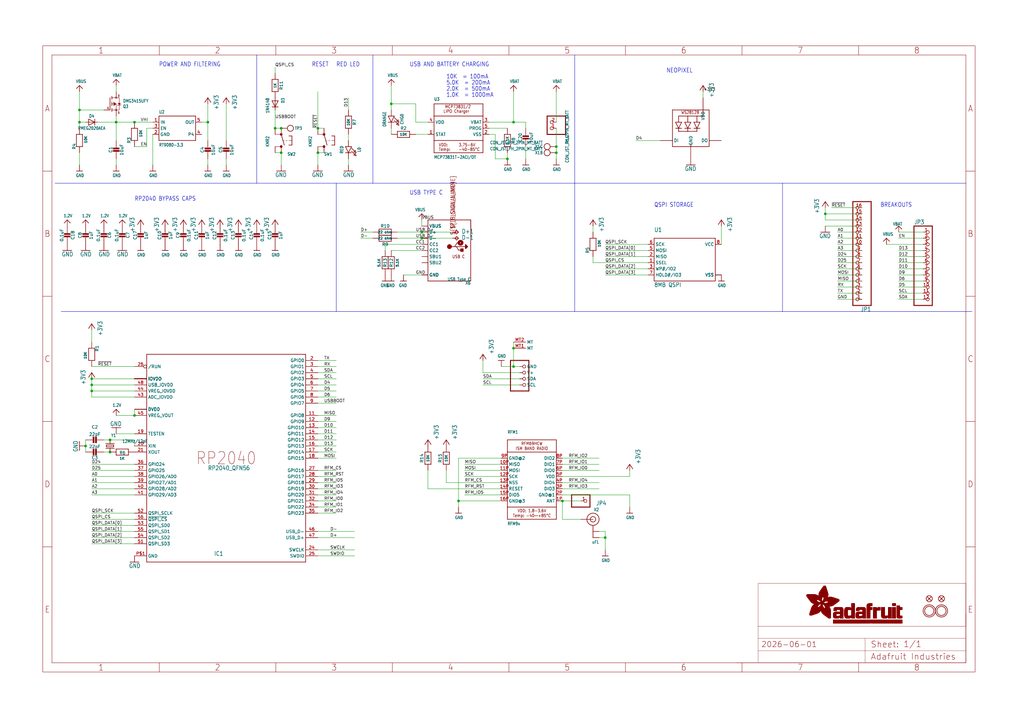
<source format=kicad_sch>
(kicad_sch (version 20230121) (generator eeschema)
  (paper "User" 425.45 298.602)
  (lib_symbols
    (symbol "working-eagle-import:+3V3" (power)
      (property "Value" "+3V3" (at -2.54 -5.08 90))
      (symbol "+3V3_1_0"
        (pin power_in line (at 0 -2.54 90) (length 2.54) (name "+3V3") (number "1"))
      )
    )
    (symbol "working-eagle-import:1.2V" (power)
      (property "Value" "1.2V" (at -1.524 1.016 0))
      (symbol "1.2V_1_0"
        (pin power_in line (at 0 -2.54 90) (length 2.54) (name "1.2V") (number "1"))
      )
    )
    (symbol "working-eagle-import:ANTENNA_U.FL"
      (property "Reference" "X" (at -2.54 3.302 0))
      (symbol "ANTENNA_U.FL_1_0"
        (pin passive line (at -2.54 -5.08 0) (length 2.54) (name "GND@0") (number "1"))
        (pin passive line (at -2.54 -7.62 0) (length 2.54) (name "GND@1") (number "2"))
        (pin passive line (at 5.08 0 180) (length 5.08) (name "SIGNAL") (number "3"))
      )
    )
    (symbol "working-eagle-import:CAP_CERAMIC0805-NOOUTLINE"
      (property "Reference" "C" (at -2.29 1.25 90))
      (symbol "CAP_CERAMIC0805-NOOUTLINE_1_0"
        (pin passive line (at 0 5.08 270) (length 2.54) (name "1") (number "1"))
        (pin passive line (at 0 -2.54 90) (length 2.54) (name "2") (number "2"))
      )
    )
    (symbol "working-eagle-import:CAP_CERAMIC_0402NO"
      (property "Reference" "C" (at -2.29 1.25 90))
      (symbol "CAP_CERAMIC_0402NO_1_0"
        (pin passive line (at 0 5.08 270) (length 2.54) (name "1") (number "1"))
        (pin passive line (at 0 -2.54 90) (length 2.54) (name "2") (number "2"))
      )
    )
    (symbol "working-eagle-import:CON_JST_PH_2PIN_MT_BATT"
      (property "Reference" "X" (at 0 5.588 90))
      (symbol "CON_JST_PH_2PIN_MT_BATT_1_0"
        (pin passive inverted (at -2.54 2.54 0) (length 2.54) (name "1") (number "1"))
        (pin passive inverted (at -2.54 0 0) (length 2.54) (name "2") (number "2"))
      )
      (symbol "CON_JST_PH_2PIN_MT_BATT_2_0"
        (pin bidirectional line (at 0 0 90) (length 2.54) (name "P$1") (number "NC2"))
      )
      (symbol "CON_JST_PH_2PIN_MT_BATT_3_0"
        (pin bidirectional line (at 0 0 90) (length 2.54) (name "P$1") (number "NC1"))
      )
    )
    (symbol "working-eagle-import:CRYSTAL2.5X2.0"
      (property "Reference" "Y" (at -2.54 2.54 0))
      (symbol "CRYSTAL2.5X2.0_1_0"
        (pin passive line (at -2.54 0 0) (length 0) (name "1") (number "1"))
        (pin passive line (at 2.54 0 180) (length 0) (name "2") (number "3"))
      )
    )
    (symbol "working-eagle-import:DIODESOD-323F"
      (property "Reference" "D" (at -2.54 2.54 0))
      (symbol "DIODESOD-323F_1_0"
        (pin passive line (at -2.54 0 0) (length 2.54) (name "A") (number "A"))
        (pin passive line (at 2.54 0 180) (length 2.54) (name "C") (number "C"))
      )
    )
    (symbol "working-eagle-import:FIDUCIAL_1MM")
    (symbol "working-eagle-import:FRAME_A3_ADAFRUIT"
      (symbol "FRAME_A3_ADAFRUIT_1_0"
        (text "${#}/${##}" (at 357.505 10.16 0) (effects (font (size 2.54 2.54)) (justify left bottom)))
        (text "${CURRENT_DATE}" (at 298.45 10.16 0) (effects (font (size 2.286 2.286)) (justify left bottom)))
        (text "${PROJECTNAME}" (at 298.45 15.24 0) (effects (font (size 2.54 2.54)) (justify left bottom)))
        (text "1" (at 24.2094 1.905 0) (effects (font (size 2.54 2.286))))
        (text "1" (at 24.2094 258.445 0) (effects (font (size 2.54 2.286))))
        (text "2" (at 72.6281 1.905 0) (effects (font (size 2.54 2.286))))
        (text "2" (at 72.6281 258.445 0) (effects (font (size 2.54 2.286))))
        (text "3" (at 121.0469 1.905 0) (effects (font (size 2.54 2.286))))
        (text "3" (at 121.0469 258.445 0) (effects (font (size 2.54 2.286))))
        (text "4" (at 169.4656 1.905 0) (effects (font (size 2.54 2.286))))
        (text "4" (at 169.4656 258.445 0) (effects (font (size 2.54 2.286))))
        (text "5" (at 217.8844 1.905 0) (effects (font (size 2.54 2.286))))
        (text "5" (at 217.8844 258.445 0) (effects (font (size 2.54 2.286))))
        (text "6" (at 266.3031 1.905 0) (effects (font (size 2.54 2.286))))
        (text "6" (at 266.3031 258.445 0) (effects (font (size 2.54 2.286))))
        (text "7" (at 314.7219 1.905 0) (effects (font (size 2.54 2.286))))
        (text "7" (at 314.7219 258.445 0) (effects (font (size 2.54 2.286))))
        (text "8" (at 363.1406 1.905 0) (effects (font (size 2.54 2.286))))
        (text "8" (at 363.1406 258.445 0) (effects (font (size 2.54 2.286))))
        (text "A" (at 1.905 234.315 0) (effects (font (size 2.54 2.286))))
        (text "A" (at 385.445 234.315 0) (effects (font (size 2.54 2.286))))
        (text "Adafruit Industries" (at 343.916 4.953 0) (effects (font (size 2.54 2.54)) (justify left bottom)))
        (text "B" (at 1.905 182.245 0) (effects (font (size 2.54 2.286))))
        (text "B" (at 385.445 182.245 0) (effects (font (size 2.54 2.286))))
        (text "C" (at 1.905 130.175 0) (effects (font (size 2.54 2.286))))
        (text "C" (at 385.445 130.175 0) (effects (font (size 2.54 2.286))))
        (text "D" (at 1.905 78.105 0) (effects (font (size 2.54 2.286))))
        (text "D" (at 385.445 78.105 0) (effects (font (size 2.54 2.286))))
        (text "E" (at 1.905 26.035 0) (effects (font (size 2.54 2.286))))
        (text "E" (at 385.445 26.035 0) (effects (font (size 2.54 2.286))))
        (text "Sheet:" (at 343.916 10.033 0) (effects (font (size 2.54 2.54)) (justify left bottom)))
      )
    )
    (symbol "working-eagle-import:GND" (power)
      (property "Value" "GND" (at -1.524 -2.54 0))
      (symbol "GND_1_0"
        (pin power_in line (at 0 2.54 270) (length 2.54) (name "GND") (number "1"))
      )
    )
    (symbol "working-eagle-import:HEADER-1X12"
      (property "Reference" "JP" (at -6.35 18.415 0))
      (symbol "HEADER-1X12_1_0"
        (pin passive inverted (at -2.54 15.24 0) (length 2.54) (name "1") (number "1"))
        (pin passive inverted (at -2.54 -7.62 0) (length 2.54) (name "10") (number "10"))
        (pin passive inverted (at -2.54 -10.16 0) (length 2.54) (name "11") (number "11"))
        (pin passive inverted (at -2.54 -12.7 0) (length 2.54) (name "12") (number "12"))
        (pin passive inverted (at -2.54 12.7 0) (length 2.54) (name "2") (number "2"))
        (pin passive inverted (at -2.54 10.16 0) (length 2.54) (name "3") (number "3"))
        (pin passive inverted (at -2.54 7.62 0) (length 2.54) (name "4") (number "4"))
        (pin passive inverted (at -2.54 5.08 0) (length 2.54) (name "5") (number "5"))
        (pin passive inverted (at -2.54 2.54 0) (length 2.54) (name "6") (number "6"))
        (pin passive inverted (at -2.54 0 0) (length 2.54) (name "7") (number "7"))
        (pin passive inverted (at -2.54 -2.54 0) (length 2.54) (name "8") (number "8"))
        (pin passive inverted (at -2.54 -5.08 0) (length 2.54) (name "9") (number "9"))
      )
    )
    (symbol "working-eagle-import:HEADER-1X16ROUND"
      (property "Reference" "JP" (at -6.35 20.955 0))
      (symbol "HEADER-1X16ROUND_1_0"
        (pin passive inverted (at -2.54 17.78 0) (length 2.54) (name "1") (number "1"))
        (pin passive inverted (at -2.54 -5.08 0) (length 2.54) (name "10") (number "10"))
        (pin passive inverted (at -2.54 -7.62 0) (length 2.54) (name "11") (number "11"))
        (pin passive inverted (at -2.54 -10.16 0) (length 2.54) (name "12") (number "12"))
        (pin passive inverted (at -2.54 -12.7 0) (length 2.54) (name "13") (number "13"))
        (pin passive inverted (at -2.54 -15.24 0) (length 2.54) (name "14") (number "14"))
        (pin passive inverted (at -2.54 -17.78 0) (length 2.54) (name "15") (number "15"))
        (pin passive inverted (at -2.54 -20.32 0) (length 2.54) (name "16") (number "16"))
        (pin passive inverted (at -2.54 15.24 0) (length 2.54) (name "2") (number "2"))
        (pin passive inverted (at -2.54 12.7 0) (length 2.54) (name "3") (number "3"))
        (pin passive inverted (at -2.54 10.16 0) (length 2.54) (name "4") (number "4"))
        (pin passive inverted (at -2.54 7.62 0) (length 2.54) (name "5") (number "5"))
        (pin passive inverted (at -2.54 5.08 0) (length 2.54) (name "6") (number "6"))
        (pin passive inverted (at -2.54 2.54 0) (length 2.54) (name "7") (number "7"))
        (pin passive inverted (at -2.54 0 0) (length 2.54) (name "8") (number "8"))
        (pin passive inverted (at -2.54 -2.54 0) (length 2.54) (name "9") (number "9"))
      )
    )
    (symbol "working-eagle-import:HEADER-1X1ROUND"
      (property "Reference" "JP" (at -6.35 3.175 0))
      (symbol "HEADER-1X1ROUND_1_0"
        (pin passive inverted (at -2.54 0 0) (length 2.54) (name "1") (number "1"))
      )
    )
    (symbol "working-eagle-import:LED0603_NOOUTLINE"
      (property "Reference" "D" (at -1.27 4.445 0))
      (symbol "LED0603_NOOUTLINE_1_0"
        (pin passive line (at -5.08 0 0) (length 2.54) (name "A") (number "A"))
        (pin passive line (at 2.54 0 180) (length 2.54) (name "C") (number "C"))
      )
    )
    (symbol "working-eagle-import:MCP73831/2"
      (property "Reference" "U" (at -10.16 11.43 0))
      (symbol "MCP73831/2_1_0"
        (text "-40-85°C" (at 0 -9.525 0) (effects (font (size 1.27 1.0795)) (justify left bottom)))
        (text "3.75-6V" (at 0 -7.62 0) (effects (font (size 1.27 1.0795)) (justify left bottom)))
        (text "LIPO Charger" (at -6.35 6.35 0) (effects (font (size 1.27 1.0795)) (justify left bottom)))
        (text "MCP73831/2" (at -5.715 8.255 0) (effects (font (size 1.27 1.0795)) (justify left bottom)))
        (text "Temp:" (at -8.255 -9.525 0) (effects (font (size 1.27 1.0795)) (justify left bottom)))
        (text "VDD:" (at -8.255 -7.62 0) (effects (font (size 1.27 1.0795)) (justify left bottom)))
        (pin output line (at -12.7 -2.54 0) (length 2.54) (name "STAT") (number "1"))
        (pin power_in line (at 12.7 -2.54 180) (length 2.54) (name "VSS") (number "2"))
        (pin power_in line (at 12.7 2.54 180) (length 2.54) (name "VBAT") (number "3"))
        (pin power_in line (at -12.7 2.54 0) (length 2.54) (name "VDD") (number "4"))
        (pin input line (at 12.7 0 180) (length 2.54) (name "PROG") (number "5"))
      )
    )
    (symbol "working-eagle-import:MOSFET-P_DFN2015"
      (property "Reference" "Q" (at 2.794 0.381 0))
      (symbol "MOSFET-P_DFN2015_1_0"
        (text "D" (at 0.635 -3.81 0) (effects (font (size 0.8128 0.6908)) (justify left bottom)))
        (text "G" (at -3.81 1.27 0) (effects (font (size 0.8128 0.6908)) (justify left bottom)))
        (text "S" (at 0.635 3.175 0) (effects (font (size 0.8128 0.6908)) (justify left bottom)))
        (pin passive line (at -5.08 2.54 0) (length 2.54) (name "G") (number "1"))
        (pin passive line (at 0 5.08 270) (length 2.54) (name "S") (number "2"))
        (pin passive line (at 0 -5.08 90) (length 2.54) (name "D") (number "3"))
      )
    )
    (symbol "working-eagle-import:MOUNTINGHOLE2.5")
    (symbol "working-eagle-import:RESISTOR_0402NO"
      (property "Reference" "R" (at 0 2.54 0))
      (symbol "RESISTOR_0402NO_1_0"
        (pin passive line (at -5.08 0 0) (length 2.54) (name "1") (number "1"))
        (pin passive line (at 5.08 0 180) (length 2.54) (name "2") (number "2"))
      )
    )
    (symbol "working-eagle-import:RFM69HCW_SMT"
      (property "Reference" "U" (at -10.16 17.78 0))
      (symbol "RFM69HCW_SMT_1_0"
        (text "RFM69HCW\nISM BAND RADIO" (at 0 12.7 0) (effects (font (size 1.27 1.0795))))
        (text "VDD: 1.8-3.6V\nTemp: -40~~+85°C" (at 0 -15.24 0) (effects (font (size 1.27 1.0795))))
        (pin output line (at -12.7 5.08 0) (length 2.54) (name "MISO") (number "10P"))
        (pin input line (at -12.7 2.54 0) (length 2.54) (name "MOSI") (number "11P"))
        (pin input line (at -12.7 0 0) (length 2.54) (name "SCK") (number "12P"))
        (pin input line (at -12.7 -2.54 0) (length 2.54) (name "NSS") (number "13P"))
        (pin input line (at -12.7 -5.08 0) (length 2.54) (name "RESET") (number "14P"))
        (pin bidirectional line (at -12.7 -7.62 0) (length 2.54) (name "DIO5") (number "15P"))
        (pin power_in line (at -12.7 -10.16 0) (length 2.54) (name "GND@3") (number "16P"))
        (pin bidirectional line (at 12.7 -10.16 180) (length 2.54) (name "ANT") (number "1P"))
        (pin power_in line (at 12.7 -7.62 180) (length 2.54) (name "GND@1") (number "2P"))
        (pin bidirectional line (at 12.7 -5.08 180) (length 2.54) (name "DIO3") (number "3P"))
        (pin bidirectional line (at 12.7 -2.54 180) (length 2.54) (name "DIO4") (number "4P"))
        (pin power_in line (at 12.7 0 180) (length 2.54) (name "VDD") (number "5P"))
        (pin bidirectional line (at 12.7 2.54 180) (length 2.54) (name "DIO0") (number "6P"))
        (pin bidirectional line (at 12.7 5.08 180) (length 2.54) (name "DIO1") (number "7P"))
        (pin bidirectional line (at 12.7 7.62 180) (length 2.54) (name "DIO2") (number "8P"))
        (pin power_in line (at -12.7 7.62 0) (length 2.54) (name "GND@2") (number "9P"))
      )
    )
    (symbol "working-eagle-import:RP2040_QFN56"
      (property "Reference" "IC" (at -5.08 -40.64 0))
      (symbol "RP2040_QFN56_1_0"
        (text "RP2040" (at 0 0 0) (effects (font (size 5.08 4.318))))
        (pin power_in line (at -38.1 33.02 0) (length 5.08) (name "IOVDD") (number "1"))
        (pin power_in line (at -38.1 33.02 0) (length 5.08) (name "IOVDD") (number "10"))
        (pin bidirectional line (at 38.1 17.78 180) (length 5.08) (name "GPIO8") (number "11"))
        (pin bidirectional line (at 38.1 15.24 180) (length 5.08) (name "GPIO9") (number "12"))
        (pin bidirectional line (at 38.1 12.7 180) (length 5.08) (name "GPIO10") (number "13"))
        (pin bidirectional line (at 38.1 10.16 180) (length 5.08) (name "GPIO11") (number "14"))
        (pin bidirectional line (at 38.1 7.62 180) (length 5.08) (name "GPIO12") (number "15"))
        (pin bidirectional line (at 38.1 5.08 180) (length 5.08) (name "GPIO13") (number "16"))
        (pin bidirectional line (at 38.1 2.54 180) (length 5.08) (name "GPIO14") (number "17"))
        (pin bidirectional line (at 38.1 0 180) (length 5.08) (name "GPIO15") (number "18"))
        (pin input line (at -38.1 10.16 0) (length 5.08) (name "TESTEN") (number "19"))
        (pin bidirectional line (at 38.1 40.64 180) (length 5.08) (name "GPIO0") (number "2"))
        (pin input line (at -38.1 5.08 0) (length 5.08) (name "XIN") (number "20"))
        (pin output line (at -38.1 2.54 0) (length 5.08) (name "XOUT") (number "21"))
        (pin power_in line (at -38.1 33.02 0) (length 5.08) (name "IOVDD") (number "22"))
        (pin power_in line (at -38.1 20.32 0) (length 5.08) (name "DVDD") (number "23"))
        (pin bidirectional line (at 38.1 -38.1 180) (length 5.08) (name "SWCLK") (number "24"))
        (pin bidirectional line (at 38.1 -40.64 180) (length 5.08) (name "SWDIO") (number "25"))
        (pin bidirectional inverted (at -38.1 38.1 0) (length 5.08) (name "/RUN") (number "26"))
        (pin bidirectional line (at 38.1 -5.08 180) (length 5.08) (name "GPIO16") (number "27"))
        (pin bidirectional line (at 38.1 -7.62 180) (length 5.08) (name "GPIO17") (number "28"))
        (pin bidirectional line (at 38.1 -10.16 180) (length 5.08) (name "GPIO18") (number "29"))
        (pin bidirectional line (at 38.1 38.1 180) (length 5.08) (name "GPIO1") (number "3"))
        (pin bidirectional line (at 38.1 -12.7 180) (length 5.08) (name "GPIO19") (number "30"))
        (pin bidirectional line (at 38.1 -15.24 180) (length 5.08) (name "GPIO20") (number "31"))
        (pin bidirectional line (at 38.1 -17.78 180) (length 5.08) (name "GPIO21") (number "32"))
        (pin power_in line (at -38.1 33.02 0) (length 5.08) (name "IOVDD") (number "33"))
        (pin bidirectional line (at 38.1 -20.32 180) (length 5.08) (name "GPIO22") (number "34"))
        (pin bidirectional line (at 38.1 -22.86 180) (length 5.08) (name "GPIO23") (number "35"))
        (pin bidirectional line (at -38.1 -2.54 0) (length 5.08) (name "GPIO24") (number "36"))
        (pin bidirectional line (at -38.1 -5.08 0) (length 5.08) (name "GPIO25") (number "37"))
        (pin bidirectional line (at -38.1 -7.62 0) (length 5.08) (name "GPIO26/AD0") (number "38"))
        (pin bidirectional line (at -38.1 -10.16 0) (length 5.08) (name "GPIO27/AD1") (number "39"))
        (pin bidirectional line (at 38.1 35.56 180) (length 5.08) (name "GPIO2") (number "4"))
        (pin bidirectional line (at -38.1 -12.7 0) (length 5.08) (name "GPIO28/AD2") (number "40"))
        (pin bidirectional line (at -38.1 -15.24 0) (length 5.08) (name "GPIO29/AD3") (number "41"))
        (pin power_in line (at -38.1 33.02 0) (length 5.08) (name "IOVDD") (number "42"))
        (pin power_in line (at -38.1 25.4 0) (length 5.08) (name "ADC_IOVDD") (number "43"))
        (pin power_in line (at -38.1 27.94 0) (length 5.08) (name "VREG_IOVDD") (number "44"))
        (pin power_in line (at -38.1 17.78 0) (length 5.08) (name "VREG_VOUT") (number "45"))
        (pin bidirectional line (at 38.1 -30.48 180) (length 5.08) (name "USB_D-") (number "46"))
        (pin bidirectional line (at 38.1 -33.02 180) (length 5.08) (name "USB_D+") (number "47"))
        (pin power_in line (at -38.1 30.48 0) (length 5.08) (name "USB_IOVDD") (number "48"))
        (pin power_in line (at -38.1 33.02 0) (length 5.08) (name "IOVDD") (number "49"))
        (pin bidirectional line (at 38.1 33.02 180) (length 5.08) (name "GPIO3") (number "5"))
        (pin power_in line (at -38.1 20.32 0) (length 5.08) (name "DVDD") (number "50"))
        (pin bidirectional line (at -38.1 -35.56 0) (length 5.08) (name "QSPI_SD3") (number "51"))
        (pin bidirectional line (at -38.1 -22.86 0) (length 5.08) (name "QSPI_SCLK") (number "52"))
        (pin bidirectional line (at -38.1 -27.94 0) (length 5.08) (name "QSPI_SD0") (number "53"))
        (pin bidirectional line (at -38.1 -33.02 0) (length 5.08) (name "QSPI_SD2") (number "54"))
        (pin bidirectional line (at -38.1 -30.48 0) (length 5.08) (name "QSPI_SD1") (number "55"))
        (pin bidirectional line (at -38.1 -25.4 0) (length 5.08) (name "~{QSPI_CS}") (number "56"))
        (pin bidirectional line (at 38.1 30.48 180) (length 5.08) (name "GPIO4") (number "6"))
        (pin bidirectional line (at 38.1 27.94 180) (length 5.08) (name "GPIO5") (number "7"))
        (pin bidirectional line (at 38.1 25.4 180) (length 5.08) (name "GPIO6") (number "8"))
        (pin bidirectional line (at 38.1 22.86 180) (length 5.08) (name "GPIO7") (number "9"))
        (pin power_in line (at -38.1 -40.64 0) (length 5.08) (name "GND") (number "P$1"))
      )
    )
    (symbol "working-eagle-import:SPIFLASH_8PIN_4X4"
      (property "Reference" "U" (at -12.7 12.7 0))
      (symbol "SPIFLASH_8PIN_4X4_1_0"
        (pin bidirectional line (at -15.24 0 0) (length 2.54) (name "SSEL") (number "1"))
        (pin bidirectional line (at -15.24 2.54 0) (length 2.54) (name "MISO") (number "2"))
        (pin bidirectional line (at -15.24 -2.54 0) (length 2.54) (name "WP#/IO2") (number "3"))
        (pin bidirectional line (at 15.24 -5.08 180) (length 2.54) (name "VSS") (number "4"))
        (pin bidirectional line (at -15.24 5.08 0) (length 2.54) (name "MOSI") (number "5"))
        (pin bidirectional line (at -15.24 7.62 0) (length 2.54) (name "SCK") (number "6"))
        (pin bidirectional line (at -15.24 -5.08 0) (length 2.54) (name "HOLD#/IO3") (number "7"))
        (pin bidirectional line (at 15.24 7.62 180) (length 2.54) (name "VCC") (number "8"))
        (pin bidirectional line (at 15.24 -5.08 180) (length 2.54) (name "VSS") (number "PAD"))
      )
    )
    (symbol "working-eagle-import:STEMMA_I2C_QTRA"
      (symbol "STEMMA_I2C_QTRA_1_0"
        (pin passive inverted (at 0 5.08 0) (length 2.54) (name "GND") (number "1"))
        (pin passive inverted (at 0 2.54 0) (length 2.54) (name "V+") (number "2"))
        (pin passive inverted (at 0 0 0) (length 2.54) (name "SDA") (number "3"))
        (pin passive inverted (at 0 -2.54 0) (length 2.54) (name "SCL") (number "4"))
      )
      (symbol "STEMMA_I2C_QTRA_2_0"
        (pin bidirectional line (at 0 0 0) (length 5.08) (name "MT") (number "MT1"))
      )
      (symbol "STEMMA_I2C_QTRA_3_0"
        (pin bidirectional line (at 0 0 0) (length 5.08) (name "MT") (number "MT2"))
      )
    )
    (symbol "working-eagle-import:SWITCH_TACT_SMT_RKB2"
      (property "Reference" "SW" (at -2.54 6.35 0))
      (symbol "SWITCH_TACT_SMT_RKB2_1_0"
        (pin passive line (at -5.08 0 0) (length 2.54) (name "P") (number "A"))
        (pin passive line (at -5.08 -2.54 0) (length 2.54) (name "P1") (number "A'"))
        (pin passive line (at 5.08 0 180) (length 2.54) (name "S") (number "B"))
        (pin passive line (at 5.08 -2.54 180) (length 2.54) (name "S1") (number "B'"))
      )
    )
    (symbol "working-eagle-import:TESTPOINTROUND1.5MMNO"
      (property "Reference" "TP" (at 0 5.588 90))
      (symbol "TESTPOINTROUND1.5MMNO_1_0"
        (pin bidirectional line (at 0 0 90) (length 2.54) (name "P$1") (number "P$1"))
      )
    )
    (symbol "working-eagle-import:TPB1,27"
      (property "Reference" "TP" (at -1.27 1.27 0))
      (symbol "TPB1,27_1_0"
        (text "${TP_SIGNAL_NAME}" (at 1.27 -1.27 0) (effects (font (size 1.778 1.5113)) (justify left bottom)))
        (pin input line (at 0 -2.54 90) (length 2.54) (name "TP") (number "TP"))
      )
    )
    (symbol "working-eagle-import:USB_C"
      (property "Reference" "X" (at -10.16 13.716 0))
      (symbol "USB_C_1_0"
        (text "USB C" (at -5.08 -2.54 0) (effects (font (size 1.27 1.0795))))
        (pin power_in line (at 10.16 -10.16 180) (length 2.54) (name "GND") (number "A1B12"))
        (pin power_in line (at 10.16 10.16 180) (length 2.54) (name "VBUS") (number "A4B9"))
        (pin bidirectional line (at 10.16 2.54 180) (length 2.54) (name "CC1") (number "A5"))
        (pin bidirectional line (at 10.16 7.62 180) (length 2.54) (name "D+") (number "A6"))
        (pin bidirectional line (at 10.16 5.08 180) (length 2.54) (name "D-") (number "A7"))
        (pin bidirectional line (at 10.16 -2.54 180) (length 2.54) (name "SBU1") (number "A8"))
        (pin power_in line (at 10.16 -10.16 180) (length 2.54) (name "GND") (number "B1A12"))
        (pin power_in line (at 10.16 10.16 180) (length 2.54) (name "VBUS") (number "B4A9"))
        (pin bidirectional line (at 10.16 0 180) (length 2.54) (name "CC2") (number "B5"))
        (pin bidirectional line (at 10.16 7.62 180) (length 2.54) (name "D+") (number "B6"))
        (pin bidirectional line (at 10.16 5.08 180) (length 2.54) (name "D-") (number "B7"))
        (pin bidirectional line (at 10.16 -5.08 180) (length 2.54) (name "SBU2") (number "B8"))
      )
    )
    (symbol "working-eagle-import:VBAT" (power)
      (property "Value" "VBAT" (at -1.524 1.016 0))
      (symbol "VBAT_1_0"
        (pin power_in line (at 0 -2.54 90) (length 2.54) (name "VBAT") (number "1"))
      )
    )
    (symbol "working-eagle-import:VBUS" (power)
      (property "Value" "VBUS" (at -1.524 1.016 0))
      (symbol "VBUS_1_0"
        (pin power_in line (at 0 -2.54 90) (length 2.54) (name "VBUS") (number "1"))
      )
    )
    (symbol "working-eagle-import:VREG_SOT23-5"
      (property "Reference" "U" (at -7.62 6.096 0))
      (symbol "VREG_SOT23-5_1_0"
        (pin power_in line (at -10.16 2.54 0) (length 2.54) (name "IN") (number "1"))
        (pin power_in line (at -10.16 -2.54 0) (length 2.54) (name "GND") (number "2"))
        (pin input line (at -10.16 0 0) (length 2.54) (name "EN") (number "3"))
        (pin bidirectional line (at 10.16 -2.54 180) (length 2.54) (name "P4") (number "4"))
        (pin power_in line (at 10.16 2.54 180) (length 2.54) (name "OUT") (number "5"))
      )
    )
    (symbol "working-eagle-import:WS2812B_SK6805_1515"
      (symbol "WS2812B_SK6805_1515_1_0"
        (text "WS2812B" (at -4.064 8.382 0) (effects (font (size 1.27 1.0795)) (justify left bottom)))
        (pin input line (at -12.7 -2.54 0) (length 5.08) (name "DI") (number "1"))
        (pin power_in line (at 5.08 15.24 270) (length 5.08) (name "VDD") (number "2"))
        (pin output line (at 12.7 -2.54 180) (length 5.08) (name "DO") (number "3"))
        (pin power_in line (at 0 -10.16 90) (length 5.08) (name "GND") (number "4"))
      )
    )
    (symbol "working-eagle-import:supply1_GND" (power)
      (property "Value" "supply1_GND" (at -2.54 -2.54 0))
      (symbol "supply1_GND_1_0"
        (pin power_in line (at 0 2.54 270) (length 2.54) (name "GND") (number "1"))
      )
    )
  )
  (junction (at 175.26 96.52))
  (junction (at 33.02 45.72))
  (junction (at 190.5 208.28))
  (junction (at 162.56 43.18))
  (junction (at 132.08 63.5))
  (junction (at 55.88 50.8))
  (junction (at 231.14 60.96))
  (junction (at 116.84 53.34))
  (junction (at 231.14 63.5))
  (junction (at 132.08 53.34))
  (junction (at 55.88 172.72))
  (junction (at 38.1 160.02))
  (junction (at 342.9 88.9))
  (junction (at 213.36 50.8))
  (junction (at 33.02 50.8))
  (junction (at 48.26 50.8))
  (junction (at 45.72 187.96))
  (junction (at 114.3 53.34))
  (junction (at 210.82 66.04))
  (junction (at 38.1 162.56))
  (junction (at 213.36 144.78))
  (junction (at 116.84 63.5))
  (junction (at 35.56 185.42))
  (junction (at 233.68 208.28))
  (junction (at 175.26 99.06))
  (junction (at 86.36 50.8))
  (junction (at 45.72 182.88))
  (junction (at 213.36 152.4))
  (junction (at 251.46 223.52))
  (junction (at 38.1 157.48))
  (wire (pts (xy 132.08 172.72) (xy 139.7 172.72)) (stroke (width 0.1524)))
  (wire (pts (xy 233.68 215.9) (xy 241.3 215.9)) (stroke (width 0.1524)))
  (wire (pts (xy 132.08 223.52) (xy 147.32 223.52)) (stroke (width 0.1524)))
  (wire (pts (xy 358.14 106.68) (xy 347.98 106.68)) (stroke (width 0.1524)))
  (wire (pts (xy 200.66 154.94) (xy 200.66 149.86)) (stroke (width 0.1524)))
  (polyline (pts (xy 238.76 129.54) (xy 238.76 76.2)) (stroke (width 0.1524) (type solid)))
  (wire (pts (xy 48.26 172.72) (xy 55.88 172.72)) (stroke (width 0.1524)))
  (wire (pts (xy 205.74 55.88) (xy 205.74 66.04)) (stroke (width 0.1524)))
  (wire (pts (xy 347.98 104.14) (xy 358.14 104.14)) (stroke (width 0.1524)))
  (wire (pts (xy 203.2 53.34) (xy 210.82 53.34)) (stroke (width 0.1524)))
  (wire (pts (xy 373.38 111.76) (xy 383.54 111.76)) (stroke (width 0.1524)))
  (wire (pts (xy 269.24 111.76) (xy 251.46 111.76)) (stroke (width 0.1524)))
  (wire (pts (xy 35.56 187.96) (xy 35.56 185.42)) (stroke (width 0.1524)))
  (wire (pts (xy 60.96 60.96) (xy 60.96 53.34)) (stroke (width 0.1524)))
  (wire (pts (xy 55.88 50.8) (xy 48.26 50.8)) (stroke (width 0.1524)))
  (wire (pts (xy 218.44 50.8) (xy 213.36 50.8)) (stroke (width 0.1524)))
  (polyline (pts (xy 238.76 129.54) (xy 325.12 129.54)) (stroke (width 0.1524) (type solid)))
  (wire (pts (xy 132.08 220.98) (xy 147.32 220.98)) (stroke (width 0.1524)))
  (wire (pts (xy 114.3 30.48) (xy 114.3 27.94)) (stroke (width 0.1524)))
  (wire (pts (xy 83.82 50.8) (xy 86.36 50.8)) (stroke (width 0.1524)))
  (wire (pts (xy 233.68 208.28) (xy 233.68 215.9)) (stroke (width 0.1524)))
  (wire (pts (xy 208.28 208.28) (xy 190.5 208.28)) (stroke (width 0.1524)))
  (wire (pts (xy 33.02 68.58) (xy 33.02 63.5)) (stroke (width 0.1524)))
  (polyline (pts (xy 139.7 76.2) (xy 106.68 76.2)) (stroke (width 0.1524) (type solid)))
  (wire (pts (xy 132.08 154.94) (xy 139.7 154.94)) (stroke (width 0.1524)))
  (wire (pts (xy 139.7 198.12) (xy 132.08 198.12)) (stroke (width 0.1524)))
  (polyline (pts (xy 139.7 129.54) (xy 139.7 76.2)) (stroke (width 0.1524) (type solid)))
  (wire (pts (xy 55.88 182.88) (xy 55.88 185.42)) (stroke (width 0.1524)))
  (wire (pts (xy 132.08 165.1) (xy 139.7 165.1)) (stroke (width 0.1524)))
  (wire (pts (xy 55.88 60.96) (xy 60.96 60.96)) (stroke (width 0.1524)))
  (wire (pts (xy 203.2 55.88) (xy 205.74 55.88)) (stroke (width 0.1524)))
  (wire (pts (xy 231.14 66.04) (xy 231.14 63.5)) (stroke (width 0.1524)))
  (polyline (pts (xy 238.76 76.2) (xy 238.76 22.86)) (stroke (width 0.1524) (type solid)))
  (wire (pts (xy 55.88 162.56) (xy 38.1 162.56)) (stroke (width 0.1524)))
  (wire (pts (xy 55.88 180.34) (xy 48.26 180.34)) (stroke (width 0.1524)))
  (wire (pts (xy 261.62 205.74) (xy 261.62 210.82)) (stroke (width 0.1524)))
  (wire (pts (xy 373.38 99.06) (xy 383.54 99.06)) (stroke (width 0.1524)))
  (wire (pts (xy 208.28 205.74) (xy 193.04 205.74)) (stroke (width 0.1524)))
  (wire (pts (xy 144.78 55.88) (xy 144.78 58.42)) (stroke (width 0.1524)))
  (wire (pts (xy 373.38 116.84) (xy 383.54 116.84)) (stroke (width 0.1524)))
  (wire (pts (xy 347.98 109.22) (xy 358.14 109.22)) (stroke (width 0.1524)))
  (wire (pts (xy 132.08 157.48) (xy 139.7 157.48)) (stroke (width 0.1524)))
  (wire (pts (xy 231.14 38.1) (xy 231.14 50.8)) (stroke (width 0.1524)))
  (wire (pts (xy 213.36 38.1) (xy 213.36 50.8)) (stroke (width 0.1524)))
  (wire (pts (xy 149.86 99.06) (xy 154.94 99.06)) (stroke (width 0.1524)))
  (wire (pts (xy 86.36 58.42) (xy 86.36 50.8)) (stroke (width 0.1524)))
  (wire (pts (xy 208.28 193.04) (xy 193.04 193.04)) (stroke (width 0.1524)))
  (wire (pts (xy 55.88 165.1) (xy 38.1 165.1)) (stroke (width 0.1524)))
  (wire (pts (xy 55.88 213.36) (xy 38.1 213.36)) (stroke (width 0.1524)))
  (wire (pts (xy 132.08 68.58) (xy 132.08 63.5)) (stroke (width 0.1524)))
  (wire (pts (xy 139.7 213.36) (xy 132.08 213.36)) (stroke (width 0.1524)))
  (wire (pts (xy 213.36 50.8) (xy 203.2 50.8)) (stroke (width 0.1524)))
  (wire (pts (xy 175.26 99.06) (xy 187.96 99.06)) (stroke (width 0.1524)))
  (wire (pts (xy 373.38 124.46) (xy 383.54 124.46)) (stroke (width 0.1524)))
  (wire (pts (xy 358.14 124.46) (xy 347.98 124.46)) (stroke (width 0.1524)))
  (wire (pts (xy 45.72 182.88) (xy 43.18 182.88)) (stroke (width 0.1524)))
  (wire (pts (xy 208.28 203.2) (xy 177.8 203.2)) (stroke (width 0.1524)))
  (wire (pts (xy 233.68 208.28) (xy 241.3 208.28)) (stroke (width 0.1524)))
  (wire (pts (xy 132.08 187.96) (xy 139.7 187.96)) (stroke (width 0.1524)))
  (wire (pts (xy 132.08 149.86) (xy 139.7 149.86)) (stroke (width 0.1524)))
  (wire (pts (xy 213.36 144.78) (xy 213.36 142.24)) (stroke (width 0.1524)))
  (wire (pts (xy 35.56 50.8) (xy 33.02 50.8)) (stroke (width 0.1524)))
  (wire (pts (xy 132.08 210.82) (xy 139.7 210.82)) (stroke (width 0.1524)))
  (wire (pts (xy 48.26 35.56) (xy 48.26 38.1)) (stroke (width 0.1524)))
  (wire (pts (xy 60.96 53.34) (xy 63.5 53.34)) (stroke (width 0.1524)))
  (wire (pts (xy 358.14 86.36) (xy 345.44 86.36)) (stroke (width 0.1524)))
  (wire (pts (xy 373.38 96.52) (xy 383.54 96.52)) (stroke (width 0.1524)))
  (wire (pts (xy 116.84 53.34) (xy 114.3 53.34)) (stroke (width 0.1524)))
  (wire (pts (xy 116.84 63.5) (xy 116.84 68.58)) (stroke (width 0.1524)))
  (wire (pts (xy 55.88 152.4) (xy 38.1 152.4)) (stroke (width 0.1524)))
  (wire (pts (xy 233.68 205.74) (xy 261.62 205.74)) (stroke (width 0.1524)))
  (wire (pts (xy 172.72 43.18) (xy 172.72 50.8)) (stroke (width 0.1524)))
  (wire (pts (xy 38.1 223.52) (xy 55.88 223.52)) (stroke (width 0.1524)))
  (wire (pts (xy 165.1 99.06) (xy 175.26 99.06)) (stroke (width 0.1524)))
  (polyline (pts (xy 325.12 129.54) (xy 325.12 76.2)) (stroke (width 0.1524) (type solid)))
  (wire (pts (xy 38.1 193.04) (xy 55.88 193.04)) (stroke (width 0.1524)))
  (wire (pts (xy 358.14 111.76) (xy 347.98 111.76)) (stroke (width 0.1524)))
  (wire (pts (xy 193.04 195.58) (xy 208.28 195.58)) (stroke (width 0.1524)))
  (wire (pts (xy 132.08 231.14) (xy 147.32 231.14)) (stroke (width 0.1524)))
  (wire (pts (xy 114.3 63.5) (xy 116.84 63.5)) (stroke (width 0.1524)))
  (wire (pts (xy 185.42 200.66) (xy 208.28 200.66)) (stroke (width 0.1524)))
  (wire (pts (xy 38.1 165.1) (xy 38.1 162.56)) (stroke (width 0.1524)))
  (polyline (pts (xy 325.12 76.2) (xy 238.76 76.2)) (stroke (width 0.1524) (type solid)))
  (wire (pts (xy 38.1 218.44) (xy 55.88 218.44)) (stroke (width 0.1524)))
  (wire (pts (xy 347.98 116.84) (xy 358.14 116.84)) (stroke (width 0.1524)))
  (wire (pts (xy 246.38 93.98) (xy 246.38 96.52)) (stroke (width 0.1524)))
  (wire (pts (xy 172.72 55.88) (xy 177.8 55.88)) (stroke (width 0.1524)))
  (wire (pts (xy 132.08 160.02) (xy 139.7 160.02)) (stroke (width 0.1524)))
  (wire (pts (xy 132.08 200.66) (xy 139.7 200.66)) (stroke (width 0.1524)))
  (wire (pts (xy 383.54 121.92) (xy 373.38 121.92)) (stroke (width 0.1524)))
  (wire (pts (xy 175.26 104.14) (xy 162.56 104.14)) (stroke (width 0.1524)))
  (wire (pts (xy 246.38 106.68) (xy 246.38 109.22)) (stroke (width 0.1524)))
  (wire (pts (xy 261.62 198.12) (xy 261.62 195.58)) (stroke (width 0.1524)))
  (wire (pts (xy 175.26 96.52) (xy 187.96 96.52)) (stroke (width 0.1524)))
  (wire (pts (xy 358.14 101.6) (xy 347.98 101.6)) (stroke (width 0.1524)))
  (wire (pts (xy 248.92 193.04) (xy 233.68 193.04)) (stroke (width 0.1524)))
  (wire (pts (xy 251.46 220.98) (xy 251.46 223.52)) (stroke (width 0.1524)))
  (polyline (pts (xy 154.94 76.2) (xy 139.7 76.2)) (stroke (width 0.1524) (type solid)))
  (wire (pts (xy 55.88 198.12) (xy 38.1 198.12)) (stroke (width 0.1524)))
  (wire (pts (xy 132.08 53.34) (xy 134.62 53.34)) (stroke (width 0.1524)))
  (wire (pts (xy 358.14 119.38) (xy 347.98 119.38)) (stroke (width 0.1524)))
  (wire (pts (xy 342.9 86.36) (xy 342.9 88.9)) (stroke (width 0.1524)))
  (wire (pts (xy 383.54 109.22) (xy 373.38 109.22)) (stroke (width 0.1524)))
  (wire (pts (xy 167.64 114.3) (xy 175.26 114.3)) (stroke (width 0.1524)))
  (polyline (pts (xy 238.76 76.2) (xy 154.94 76.2)) (stroke (width 0.1524) (type solid)))
  (wire (pts (xy 147.32 228.6) (xy 132.08 228.6)) (stroke (width 0.1524)))
  (polyline (pts (xy 401.32 76.2) (xy 325.12 76.2)) (stroke (width 0.1524) (type solid)))
  (wire (pts (xy 231.14 60.96) (xy 231.14 53.34)) (stroke (width 0.1524)))
  (wire (pts (xy 132.08 38.1) (xy 132.08 53.34)) (stroke (width 0.1524)))
  (wire (pts (xy 383.54 101.6) (xy 368.3 101.6)) (stroke (width 0.1524)))
  (wire (pts (xy 215.9 157.48) (xy 200.66 157.48)) (stroke (width 0.1524)))
  (wire (pts (xy 231.14 63.5) (xy 231.14 60.96)) (stroke (width 0.1524)))
  (wire (pts (xy 347.98 121.92) (xy 358.14 121.92)) (stroke (width 0.1524)))
  (wire (pts (xy 38.1 200.66) (xy 55.88 200.66)) (stroke (width 0.1524)))
  (wire (pts (xy 55.88 203.2) (xy 38.1 203.2)) (stroke (width 0.1524)))
  (wire (pts (xy 38.1 160.02) (xy 38.1 157.48)) (stroke (width 0.1524)))
  (wire (pts (xy 38.1 220.98) (xy 55.88 220.98)) (stroke (width 0.1524)))
  (wire (pts (xy 292.1 40.64) (xy 292.1 38.1)) (stroke (width 0.1524)))
  (wire (pts (xy 172.72 50.8) (xy 177.8 50.8)) (stroke (width 0.1524)))
  (wire (pts (xy 40.64 50.8) (xy 48.26 50.8)) (stroke (width 0.1524)))
  (wire (pts (xy 347.98 99.06) (xy 358.14 99.06)) (stroke (width 0.1524)))
  (wire (pts (xy 274.32 58.42) (xy 264.16 58.42)) (stroke (width 0.1524)))
  (wire (pts (xy 48.26 48.26) (xy 48.26 50.8)) (stroke (width 0.1524)))
  (wire (pts (xy 358.14 96.52) (xy 347.98 96.52)) (stroke (width 0.1524)))
  (wire (pts (xy 215.9 154.94) (xy 200.66 154.94)) (stroke (width 0.1524)))
  (wire (pts (xy 38.1 162.56) (xy 38.1 160.02)) (stroke (width 0.1524)))
  (wire (pts (xy 269.24 101.6) (xy 251.46 101.6)) (stroke (width 0.1524)))
  (wire (pts (xy 373.38 106.68) (xy 383.54 106.68)) (stroke (width 0.1524)))
  (wire (pts (xy 48.26 50.8) (xy 48.26 58.42)) (stroke (width 0.1524)))
  (wire (pts (xy 205.74 66.04) (xy 210.82 66.04)) (stroke (width 0.1524)))
  (wire (pts (xy 248.92 223.52) (xy 251.46 223.52)) (stroke (width 0.1524)))
  (wire (pts (xy 144.78 66.04) (xy 144.78 68.58)) (stroke (width 0.1524)))
  (wire (pts (xy 215.9 152.4) (xy 213.36 152.4)) (stroke (width 0.1524)))
  (wire (pts (xy 299.72 93.98) (xy 299.72 101.6)) (stroke (width 0.1524)))
  (wire (pts (xy 139.7 208.28) (xy 132.08 208.28)) (stroke (width 0.1524)))
  (wire (pts (xy 38.1 205.74) (xy 55.88 205.74)) (stroke (width 0.1524)))
  (wire (pts (xy 93.98 58.42) (xy 93.98 43.18)) (stroke (width 0.1524)))
  (wire (pts (xy 251.46 223.52) (xy 251.46 228.6)) (stroke (width 0.1524)))
  (wire (pts (xy 132.08 205.74) (xy 139.7 205.74)) (stroke (width 0.1524)))
  (wire (pts (xy 175.26 91.44) (xy 175.26 93.98)) (stroke (width 0.1524)))
  (wire (pts (xy 383.54 119.38) (xy 373.38 119.38)) (stroke (width 0.1524)))
  (wire (pts (xy 248.92 203.2) (xy 233.68 203.2)) (stroke (width 0.1524)))
  (wire (pts (xy 63.5 55.88) (xy 63.5 68.58)) (stroke (width 0.1524)))
  (wire (pts (xy 251.46 104.14) (xy 269.24 104.14)) (stroke (width 0.1524)))
  (wire (pts (xy 86.36 66.04) (xy 86.36 68.58)) (stroke (width 0.1524)))
  (wire (pts (xy 233.68 198.12) (xy 261.62 198.12)) (stroke (width 0.1524)))
  (wire (pts (xy 132.08 185.42) (xy 139.7 185.42)) (stroke (width 0.1524)))
  (wire (pts (xy 63.5 50.8) (xy 55.88 50.8)) (stroke (width 0.1524)))
  (wire (pts (xy 139.7 203.2) (xy 132.08 203.2)) (stroke (width 0.1524)))
  (wire (pts (xy 55.88 170.18) (xy 55.88 172.72)) (stroke (width 0.1524)))
  (wire (pts (xy 190.5 208.28) (xy 190.5 210.82)) (stroke (width 0.1524)))
  (wire (pts (xy 33.02 50.8) (xy 33.02 45.72)) (stroke (width 0.1524)))
  (wire (pts (xy 193.04 198.12) (xy 208.28 198.12)) (stroke (width 0.1524)))
  (wire (pts (xy 248.92 195.58) (xy 233.68 195.58)) (stroke (width 0.1524)))
  (wire (pts (xy 93.98 66.04) (xy 93.98 68.58)) (stroke (width 0.1524)))
  (wire (pts (xy 269.24 106.68) (xy 251.46 106.68)) (stroke (width 0.1524)))
  (wire (pts (xy 35.56 185.42) (xy 35.56 182.88)) (stroke (width 0.1524)))
  (wire (pts (xy 114.3 53.34) (xy 114.3 45.72)) (stroke (width 0.1524)))
  (wire (pts (xy 210.82 63.5) (xy 210.82 66.04)) (stroke (width 0.1524)))
  (wire (pts (xy 132.08 175.26) (xy 139.7 175.26)) (stroke (width 0.1524)))
  (wire (pts (xy 132.08 177.8) (xy 139.7 177.8)) (stroke (width 0.1524)))
  (polyline (pts (xy 22.86 76.2) (xy 106.68 76.2)) (stroke (width 0.1524) (type solid)))
  (wire (pts (xy 248.92 190.5) (xy 233.68 190.5)) (stroke (width 0.1524)))
  (polyline (pts (xy 154.94 76.2) (xy 154.94 22.86)) (stroke (width 0.1524) (type solid)))
  (wire (pts (xy 139.7 152.4) (xy 132.08 152.4)) (stroke (width 0.1524)))
  (polyline (pts (xy 325.12 129.54) (xy 403.86 129.54)) (stroke (width 0.1524) (type solid)))
  (wire (pts (xy 55.88 195.58) (xy 38.1 195.58)) (stroke (width 0.1524)))
  (wire (pts (xy 160.02 101.6) (xy 160.02 104.14)) (stroke (width 0.1524)))
  (wire (pts (xy 383.54 104.14) (xy 373.38 104.14)) (stroke (width 0.1524)))
  (wire (pts (xy 358.14 93.98) (xy 342.9 93.98)) (stroke (width 0.1524)))
  (wire (pts (xy 132.08 190.5) (xy 139.7 190.5)) (stroke (width 0.1524)))
  (wire (pts (xy 132.08 182.88) (xy 139.7 182.88)) (stroke (width 0.1524)))
  (wire (pts (xy 132.08 180.34) (xy 139.7 180.34)) (stroke (width 0.1524)))
  (wire (pts (xy 55.88 157.48) (xy 38.1 157.48)) (stroke (width 0.1524)))
  (wire (pts (xy 134.62 63.5) (xy 132.08 63.5)) (stroke (width 0.1524)))
  (wire (pts (xy 213.36 152.4) (xy 208.28 152.4)) (stroke (width 0.1524)))
  (wire (pts (xy 43.18 187.96) (xy 45.72 187.96)) (stroke (width 0.1524)))
  (wire (pts (xy 45.72 182.88) (xy 55.88 182.88)) (stroke (width 0.1524)))
  (wire (pts (xy 33.02 45.72) (xy 33.02 38.1)) (stroke (width 0.1524)))
  (wire (pts (xy 162.56 43.18) (xy 172.72 43.18)) (stroke (width 0.1524)))
  (wire (pts (xy 200.66 160.02) (xy 215.9 160.02)) (stroke (width 0.1524)))
  (wire (pts (xy 358.14 114.3) (xy 347.98 114.3)) (stroke (width 0.1524)))
  (wire (pts (xy 33.02 53.34) (xy 33.02 50.8)) (stroke (width 0.1524)))
  (wire (pts (xy 175.26 96.52) (xy 165.1 96.52)) (stroke (width 0.1524)))
  (wire (pts (xy 132.08 162.56) (xy 139.7 162.56)) (stroke (width 0.1524)))
  (wire (pts (xy 43.18 45.72) (xy 33.02 45.72)) (stroke (width 0.1524)))
  (wire (pts (xy 248.92 220.98) (xy 251.46 220.98)) (stroke (width 0.1524)))
  (wire (pts (xy 218.44 53.34) (xy 218.44 50.8)) (stroke (width 0.1524)))
  (wire (pts (xy 162.56 45.72) (xy 162.56 43.18)) (stroke (width 0.1524)))
  (wire (pts (xy 383.54 114.3) (xy 373.38 114.3)) (stroke (width 0.1524)))
  (polyline (pts (xy 106.68 76.2) (xy 106.68 22.86)) (stroke (width 0.1524) (type solid)))
  (wire (pts (xy 213.36 152.4) (xy 213.36 144.78)) (stroke (width 0.1524)))
  (wire (pts (xy 38.1 226.06) (xy 55.88 226.06)) (stroke (width 0.1524)))
  (wire (pts (xy 162.56 53.34) (xy 162.56 55.88)) (stroke (width 0.1524)))
  (wire (pts (xy 175.26 101.6) (xy 160.02 101.6)) (stroke (width 0.1524)))
  (wire (pts (xy 154.94 96.52) (xy 149.86 96.52)) (stroke (width 0.1524)))
  (wire (pts (xy 48.26 66.04) (xy 48.26 68.58)) (stroke (width 0.1524)))
  (wire (pts (xy 251.46 114.3) (xy 269.24 114.3)) (stroke (width 0.1524)))
  (wire (pts (xy 144.78 45.72) (xy 144.78 40.64)) (stroke (width 0.1524)))
  (wire (pts (xy 38.1 137.16) (xy 38.1 142.24)) (stroke (width 0.1524)))
  (wire (pts (xy 233.68 200.66) (xy 248.92 200.66)) (stroke (width 0.1524)))
  (wire (pts (xy 132.08 195.58) (xy 139.7 195.58)) (stroke (width 0.1524)))
  (wire (pts (xy 162.56 35.56) (xy 162.56 43.18)) (stroke (width 0.1524)))
  (wire (pts (xy 132.08 167.64) (xy 139.7 167.64)) (stroke (width 0.1524)))
  (wire (pts (xy 190.5 190.5) (xy 190.5 208.28)) (stroke (width 0.1524)))
  (wire (pts (xy 55.88 160.02) (xy 38.1 160.02)) (stroke (width 0.1524)))
  (wire (pts (xy 177.8 203.2) (xy 177.8 195.58)) (stroke (width 0.1524)))
  (wire (pts (xy 218.44 60.96) (xy 218.44 66.04)) (stroke (width 0.1524)))
  (wire (pts (xy 208.28 190.5) (xy 190.5 190.5)) (stroke (width 0.1524)))
  (wire (pts (xy 55.88 215.9) (xy 38.1 215.9)) (stroke (width 0.1524)))
  (wire (pts (xy 342.9 91.44) (xy 342.9 88.9)) (stroke (width 0.1524)))
  (wire (pts (xy 86.36 50.8) (xy 86.36 43.18)) (stroke (width 0.1524)))
  (wire (pts (xy 246.38 109.22) (xy 269.24 109.22)) (stroke (width 0.1524)))
  (wire (pts (xy 185.42 200.66) (xy 185.42 195.58)) (stroke (width 0.1524)))
  (wire (pts (xy 342.9 88.9) (xy 358.14 88.9)) (stroke (width 0.1524)))
  (wire (pts (xy 358.14 91.44) (xy 342.9 91.44)) (stroke (width 0.1524)))
  (polyline (pts (xy 25.4 129.54) (xy 238.76 129.54)) (stroke (width 0.1524) (type solid)))
  (text "USB AND BATTERY CHARGING" (at 170.18 27.94 0) (effects (font (size 1.778 1.5113)) (justify left bottom)))
  (text "RP2040 BYPASS CAPS" (at 55.88 83.82 0) (effects (font (size 1.778 1.5113)) (justify left bottom)))
  (text "RED LED" (at 139.7 27.94 0) (effects (font (size 1.778 1.5113)) (justify left bottom)))
  (text "QSPI STORAGE" (at 271.78 86.36 0) (effects (font (size 1.778 1.5113)) (justify left bottom)))
  (text "RESET" (at 129.54 27.94 0) (effects (font (size 1.778 1.5113)) (justify left bottom)))
  (text "1.0K  = 1000mA" (at 185.42 40.64 0) (effects (font (size 1.778 1.5113)) (justify left bottom)))
  (text "NEOPIXEL" (at 276.86 30.48 0) (effects (font (size 1.778 1.5113)) (justify left bottom)))
  (text "10K  = 100mA" (at 185.42 33.02 0) (effects (font (size 1.778 1.5113)) (justify left bottom)))
  (text "POWER AND FILTERING" (at 66.04 27.94 0) (effects (font (size 1.778 1.5113)) (justify left bottom)))
  (text "BREAKOUTS" (at 365.76 86.36 0) (effects (font (size 1.778 1.5113)) (justify left bottom)))
  (text "2.0K  = 500mA" (at 185.42 38.1 0) (effects (font (size 1.778 1.5113)) (justify left bottom)))
  (text "5.0K  = 200mA" (at 185.42 35.56 0) (effects (font (size 1.778 1.5113)) (justify left bottom)))
  (text "USB TYPE C" (at 170.18 81.28 0) (effects (font (size 1.778 1.5113)) (justify left bottom)))
  (label "EN" (at 58.42 60.96 0) (effects (font (size 1.2446 1.2446))))
  (label "MISO" (at 193.04 193.04 0) (effects (font (size 1.2446 1.2446))))
  (label "CC1" (at 172.72 101.6 0) (effects (font (size 1.2446 1.2446))))
  (label "GND" (at 347.98 124.46 0) (effects (font (size 1.2446 1.2446))))
  (label "QSPI_DATA[0]" (at 251.46 104.14 0) (effects (font (size 1.2446 1.2446))))
  (label "QSPI_DATA[2]" (at 38.1 223.52 0) (effects (font (size 1.2446 1.2446))))
  (label "QSPI_DATA[2]" (at 251.46 111.76 0) (effects (font (size 1.2446 1.2446))))
  (label "GND" (at 172.72 114.3 0) (effects (font (size 1.2446 1.2446))))
  (label "RFM_IO2" (at 134.62 213.36 0) (effects (font (size 1.2446 1.2446))))
  (label "A2" (at 38.1 203.2 0) (effects (font (size 1.2446 1.2446))))
  (label "D13" (at 373.38 104.14 0) (effects (font (size 1.2446 1.2446))))
  (label "A3" (at 347.98 104.14 0) (effects (font (size 1.2446 1.2446))))
  (label "RFM_IO0" (at 236.22 195.58 0) (effects (font (size 1.2446 1.2446))))
  (label "~{RESET}" (at 132.08 53.34 90) (effects (font (size 1.2446 1.2446))))
  (label "D9" (at 373.38 114.3 0) (effects (font (size 1.2446 1.2446))))
  (label "RFM_IO2" (at 236.22 190.5 0) (effects (font (size 1.2446 1.2446))))
  (label "QSPI_DATA[0]" (at 38.1 218.44 0) (effects (font (size 1.2446 1.2446))))
  (label "SCL" (at 134.62 157.48 0) (effects (font (size 1.2446 1.2446))))
  (label "RFM_IO3" (at 236.22 203.2 0) (effects (font (size 1.2446 1.2446))))
  (label "SCL" (at 373.38 121.92 0) (effects (font (size 1.2446 1.2446))))
  (label "D5" (at 373.38 119.38 0) (effects (font (size 1.2446 1.2446))))
  (label "D6" (at 373.38 116.84 0) (effects (font (size 1.2446 1.2446))))
  (label "RFM_IO0" (at 134.62 208.28 0) (effects (font (size 1.2446 1.2446))))
  (label "SCK" (at 134.62 187.96 0) (effects (font (size 1.2446 1.2446))))
  (label "D4" (at 264.16 58.42 0) (effects (font (size 1.2446 1.2446))))
  (label "USBBOOT" (at 114.3 49.53 0) (effects (font (size 1.2446 1.2446))))
  (label "D13" (at 134.62 185.42 0) (effects (font (size 1.2446 1.2446))))
  (label "D11" (at 373.38 109.22 0) (effects (font (size 1.2446 1.2446))))
  (label "RFM_RST" (at 134.62 198.12 0) (effects (font (size 1.2446 1.2446))))
  (label "RFM_IO5" (at 134.62 200.66 0) (effects (font (size 1.2446 1.2446))))
  (label "QSPI_CS" (at 114.3 27.94 0) (effects (font (size 1.2446 1.2446))))
  (label "QSPI_SCK" (at 38.1 213.36 0) (effects (font (size 1.2446 1.2446))))
  (label "SCK" (at 193.04 198.12 0) (effects (font (size 1.2446 1.2446))))
  (label "D25" (at 347.98 109.22 0) (effects (font (size 1.2446 1.2446))))
  (label "SCL" (at 200.66 160.02 0) (effects (font (size 1.2446 1.2446))))
  (label "QSPI_CS" (at 251.46 109.22 0) (effects (font (size 1.2446 1.2446))))
  (label "A1" (at 38.1 200.66 0) (effects (font (size 1.2446 1.2446))))
  (label "TX" (at 347.98 121.92 0) (effects (font (size 1.2446 1.2446))))
  (label "D+" (at 137.16 223.52 0) (effects (font (size 1.2446 1.2446))))
  (label "QSPI_CS" (at 38.1 215.9 0) (effects (font (size 1.2446 1.2446))))
  (label "D10" (at 373.38 111.76 0) (effects (font (size 1.2446 1.2446))))
  (label "SCK" (at 347.98 111.76 0) (effects (font (size 1.2446 1.2446))))
  (label "VHI" (at 58.42 50.8 0) (effects (font (size 1.2446 1.2446))))
  (label "D25" (at 38.1 195.58 0) (effects (font (size 1.2446 1.2446))))
  (label "VBUS" (at 175.26 91.44 0) (effects (font (size 1.2446 1.2446))))
  (label "D6" (at 134.62 165.1 0) (effects (font (size 1.2446 1.2446))))
  (label "D24" (at 38.1 193.04 0) (effects (font (size 1.2446 1.2446))))
  (label "SDA" (at 373.38 124.46 0) (effects (font (size 1.2446 1.2446))))
  (label "A0" (at 38.1 198.12 0) (effects (font (size 1.2446 1.2446))))
  (label "QSPI_DATA[1]" (at 38.1 220.98 0) (effects (font (size 1.2446 1.2446))))
  (label "MISO" (at 134.62 172.72 0) (effects (font (size 1.2446 1.2446))))
  (label "+3V3" (at 292.1 38.1 0) (effects (font (size 1.2446 1.2446))))
  (label "A0" (at 347.98 96.52 0) (effects (font (size 1.2446 1.2446))))
  (label "EN" (at 373.38 99.06 0) (effects (font (size 1.2446 1.2446))))
  (label "USB_D-" (at 172.72 99.06 0) (effects (font (size 1.2446 1.2446))))
  (label "RFM_CS" (at 134.62 195.58 0) (effects (font (size 1.2446 1.2446))))
  (label "MOSI" (at 134.62 190.5 0) (effects (font (size 1.2446 1.2446))))
  (label "QSPI_DATA[1]" (at 251.46 106.68 0) (effects (font (size 1.2446 1.2446))))
  (label "RX" (at 347.98 119.38 0) (effects (font (size 1.2446 1.2446))))
  (label "A3" (at 38.1 205.74 0) (effects (font (size 1.2446 1.2446))))
  (label "RFM_IO4" (at 236.22 200.66 0) (effects (font (size 1.2446 1.2446))))
  (label "RFM_CS" (at 193.04 200.66 0) (effects (font (size 1.2446 1.2446))))
  (label "D24" (at 347.98 106.68 0) (effects (font (size 1.2446 1.2446))))
  (label "D5" (at 134.62 162.56 0) (effects (font (size 1.2446 1.2446))))
  (label "SWDIO" (at 137.16 231.14 0) (effects (font (size 1.2446 1.2446))))
  (label "D+" (at 149.86 96.52 0) (effects (font (size 1.2446 1.2446))))
  (label "D13" (at 144.78 40.64 270) (effects (font (size 1.2446 1.2446))))
  (label "D11" (at 134.62 180.34 0) (effects (font (size 1.2446 1.2446))))
  (label "QSPI_DATA[3]" (at 38.1 226.06 0) (effects (font (size 1.2446 1.2446))))
  (label "SDA" (at 200.66 157.48 0) (effects (font (size 1.2446 1.2446))))
  (label "RFM_IO5" (at 193.04 205.74 0) (effects (font (size 1.2446 1.2446))))
  (label "D10" (at 134.62 177.8 0) (effects (font (size 1.2446 1.2446))))
  (label "QSPI_SCK" (at 251.46 101.6 0) (effects (font (size 1.2446 1.2446))))
  (label "USB_D+" (at 172.72 96.52 0) (effects (font (size 1.2446 1.2446))))
  (label "RFM_IO1" (at 134.62 210.82 0) (effects (font (size 1.2446 1.2446))))
  (label "RFM_IO1" (at 236.22 193.04 0) (effects (font (size 1.2446 1.2446))))
  (label "D9" (at 134.62 175.26 0) (effects (font (size 1.2446 1.2446))))
  (label "TX" (at 134.62 149.86 0) (effects (font (size 1.2446 1.2446))))
  (label "D4" (at 134.62 160.02 0) (effects (font (size 1.2446 1.2446))))
  (label "~{RESET}" (at 345.44 86.36 0) (effects (font (size 1.2446 1.2446))))
  (label "SDA" (at 134.62 154.94 0) (effects (font (size 1.2446 1.2446))))
  (label "D12" (at 134.62 182.88 0) (effects (font (size 1.2446 1.2446))))
  (label "RFM_IO3" (at 134.62 203.2 0) (effects (font (size 1.2446 1.2446))))
  (label "D-" (at 149.86 99.06 0) (effects (font (size 1.2446 1.2446))))
  (label "~{RESET}" (at 40.64 152.4 0) (effects (font (size 1.2446 1.2446))))
  (label "QSPI_DATA[3]" (at 251.46 114.3 0) (effects (font (size 1.2446 1.2446))))
  (label "MISO" (at 347.98 116.84 0) (effects (font (size 1.2446 1.2446))))
  (label "RX" (at 134.62 152.4 0) (effects (font (size 1.2446 1.2446))))
  (label "USBBOOT" (at 134.62 167.64 0) (effects (font (size 1.2446 1.2446))))
  (label "CC2" (at 172.72 104.14 0) (effects (font (size 1.2446 1.2446))))
  (label "MOSI" (at 193.04 195.58 0) (effects (font (size 1.2446 1.2446))))
  (label "RFM_IO4" (at 134.62 205.74 0) (effects (font (size 1.2446 1.2446))))
  (label "A2" (at 347.98 101.6 0) (effects (font (size 1.2446 1.2446))))
  (label "A1" (at 347.98 99.06 0) (effects (font (size 1.2446 1.2446))))
  (label "MOSI" (at 347.98 114.3 0) (effects (font (size 1.2446 1.2446))))
  (label "RFM_RST" (at 193.04 203.2 0) (effects (font (size 1.2446 1.2446))))
  (label "D-" (at 137.16 220.98 0) (effects (font (size 1.2446 1.2446))))
  (label "D12" (at 373.38 106.68 0) (effects (font (size 1.2446 1.2446))))
  (label "SWCLK" (at 137.16 228.6 0) (effects (font (size 1.2446 1.2446))))
  (symbol (lib_id "working-eagle-import:DIODESOD-323F") (at 114.3 43.18 270) (unit 1)
    (property "Reference" "D3" (at 116.84 40.64 0) (effects (font (size 1.27 1.0795)) (justify left bottom)))
    (property "Value" "1N4148" (at 110.49 40.64 0) (effects (font (size 1.27 1.0795)) (justify left bottom)))
    (property "Footprint" "working:SOD-323F" (effects hide))
  )
  (symbol (lib_id "working-eagle-import:HEADER-1X1ROUND") (at 243.84 208.28 0) (unit 1)
    (property "Reference" "JP4" (at 247.65 210.185 0) (effects (font (size 1.778 1.5113)) (justify left bottom)))
    (property "Value" "HEADER-1X1ROUND" (effects hide))
    (property "Footprint" "working:1X01_ROUND" (effects hide))
  )
  (symbol (lib_id "working-eagle-import:RESISTOR_0402NO") (at 114.3 35.56 270) (unit 1)
    (property "Reference" "R11" (at 116.84 35.56 0))
    (property "Value" "1K" (at 114.3 35.56 0) (effects (font (size 1.016 1.016) bold)))
    (property "Footprint" "working:_0402NO" (effects hide))
  )
  (symbol (lib_id "working-eagle-import:CAP_CERAMIC_0402NO") (at 68.58 99.06 0) (unit 1)
    (property "Reference" "C10" (at 66.29 97.81 90))
    (property "Value" "1uF" (at 70.88 97.81 90))
    (property "Footprint" "working:_0402NO" (effects hide))
  )
  (symbol (lib_id "working-eagle-import:GND") (at 68.58 104.14 0) (unit 1)
    (property "Reference" "#U$10" (effects hide))
    (property "Value" "GND" (at 67.056 106.68 0) (effects (font (size 1.27 1.0795)) (justify left bottom)))
  )
  (symbol (lib_id "working-eagle-import:+3V3") (at 99.06 91.44 0) (unit 1)
    (property "Reference" "#+3V14" (effects hide))
    (property "Value" "+3V3" (at 96.52 96.52 90) (effects (font (size 1.778 1.5113)) (justify left bottom)))
  )
  (symbol (lib_id "working-eagle-import:CAP_CERAMIC_0402NO") (at 91.44 99.06 0) (unit 1)
    (property "Reference" "C12" (at 89.15 97.81 90))
    (property "Value" "0.1uF" (at 93.74 97.81 90))
    (property "Footprint" "working:_0402NO" (effects hide))
  )
  (symbol (lib_id "working-eagle-import:MOSFET-P_DFN2015") (at 48.26 43.18 0) (mirror x) (unit 1)
    (property "Reference" "Q3" (at 51.054 43.561 0) (effects (font (size 1.27 1.0795)) (justify left bottom)))
    (property "Value" "DMG3415UFY" (at 51.054 41.275 0) (effects (font (size 1.27 1.0795)) (justify left bottom)))
    (property "Footprint" "working:DFN2015-3" (effects hide))
  )
  (symbol (lib_id "working-eagle-import:supply1_GND") (at 27.94 104.14 0) (mirror y) (unit 1)
    (property "Reference" "#GND16" (effects hide))
    (property "Value" "GND" (at 30.48 106.68 0) (effects (font (size 1.778 1.5113)) (justify left bottom)))
  )
  (symbol (lib_id "working-eagle-import:GND") (at 160.02 116.84 0) (mirror y) (unit 1)
    (property "Reference" "#U$24" (effects hide))
    (property "Value" "GND" (at 161.544 119.38 0) (effects (font (size 1.27 1.0795)) (justify left bottom)))
  )
  (symbol (lib_id "working-eagle-import:supply1_GND") (at 43.18 104.14 0) (mirror y) (unit 1)
    (property "Reference" "#GND5" (effects hide))
    (property "Value" "GND" (at 45.72 106.68 0) (effects (font (size 1.778 1.5113)) (justify left bottom)))
  )
  (symbol (lib_id "working-eagle-import:+3V3") (at 68.58 91.44 0) (unit 1)
    (property "Reference" "#+3V10" (effects hide))
    (property "Value" "+3V3" (at 66.04 96.52 90) (effects (font (size 1.778 1.5113)) (justify left bottom)))
  )
  (symbol (lib_id "working-eagle-import:GND") (at 231.14 68.58 0) (unit 1)
    (property "Reference" "#U$22" (effects hide))
    (property "Value" "GND" (at 229.616 71.12 0) (effects (font (size 1.27 1.0795)) (justify left bottom)))
  )
  (symbol (lib_id "working-eagle-import:FIDUCIAL_1MM") (at 391.16 248.92 0) (unit 1)
    (property "Reference" "U$34" (effects hide))
    (property "Value" "FIDUCIAL_1MM" (effects hide))
    (property "Footprint" "working:FIDUCIAL_1MM" (effects hide))
  )
  (symbol (lib_id "working-eagle-import:GND") (at 218.44 68.58 0) (unit 1)
    (property "Reference" "#U$33" (effects hide))
    (property "Value" "GND" (at 216.916 71.12 0) (effects (font (size 1.27 1.0795)) (justify left bottom)))
  )
  (symbol (lib_id "working-eagle-import:ANTENNA_U.FL") (at 246.38 215.9 0) (mirror y) (unit 1)
    (property "Reference" "X2" (at 248.92 212.598 0) (effects (font (size 1.27 1.0795)) (justify left bottom)))
    (property "Value" "uFL" (at 248.92 226.06 0) (effects (font (size 1.27 1.0795)) (justify left bottom)))
    (property "Footprint" "working:U.FL" (effects hide))
  )
  (symbol (lib_id "working-eagle-import:RESISTOR_0402NO") (at 33.02 58.42 90) (unit 1)
    (property "Reference" "R4" (at 31.5214 62.23 0) (effects (justify left bottom)))
    (property "Value" "10K" (at 36.322 59.69 0) (effects (font (size 1.016 1.016) bold) (justify left bottom)))
    (property "Footprint" "working:_0402NO" (effects hide))
  )
  (symbol (lib_id "working-eagle-import:CAP_CERAMIC0805-NOOUTLINE") (at 48.26 63.5 0) (unit 1)
    (property "Reference" "C1" (at 45.97 62.25 90))
    (property "Value" "10uF" (at 50.56 62.25 90))
    (property "Footprint" "working:0805-NO" (effects hide))
  )
  (symbol (lib_id "working-eagle-import:RESISTOR_0402NO") (at 246.38 101.6 90) (unit 1)
    (property "Reference" "R5" (at 244.8814 105.41 0) (effects (justify left bottom)))
    (property "Value" "10K" (at 249.682 102.87 0) (effects (font (size 1.016 1.016) bold) (justify left bottom)))
    (property "Footprint" "working:_0402NO" (effects hide))
  )
  (symbol (lib_id "working-eagle-import:+3V3") (at 200.66 147.32 0) (mirror y) (unit 1)
    (property "Reference" "#+3V7" (effects hide))
    (property "Value" "+3V3" (at 203.2 147.32 90) (effects (font (size 1.778 1.5113)) (justify left bottom)))
  )
  (symbol (lib_id "working-eagle-import:+3V3") (at 58.42 91.44 0) (unit 1)
    (property "Reference" "#+3V9" (effects hide))
    (property "Value" "+3V3" (at 55.88 96.52 90) (effects (font (size 1.778 1.5113)) (justify left bottom)))
  )
  (symbol (lib_id "working-eagle-import:1.2V") (at 48.26 170.18 0) (unit 1)
    (property "Reference" "#U$4" (effects hide))
    (property "Value" "1.2V" (at 46.736 169.164 0) (effects (font (size 1.27 1.0795)) (justify left bottom)))
  )
  (symbol (lib_id "working-eagle-import:+3V3") (at 261.62 193.04 0) (mirror y) (unit 1)
    (property "Reference" "#+3V17" (effects hide))
    (property "Value" "+3V3" (at 264.16 193.04 90) (effects (font (size 1.778 1.5113)) (justify left bottom)))
  )
  (symbol (lib_id "working-eagle-import:GND") (at 58.42 104.14 0) (unit 1)
    (property "Reference" "#U$1" (effects hide))
    (property "Value" "GND" (at 56.896 106.68 0) (effects (font (size 1.27 1.0795)) (justify left bottom)))
  )
  (symbol (lib_id "working-eagle-import:1.2V") (at 50.8 91.44 0) (unit 1)
    (property "Reference" "#U$7" (effects hide))
    (property "Value" "1.2V" (at 49.276 90.424 0) (effects (font (size 1.27 1.0795)) (justify left bottom)))
  )
  (symbol (lib_id "working-eagle-import:GND") (at 114.3 104.14 0) (unit 1)
    (property "Reference" "#U$40" (effects hide))
    (property "Value" "GND" (at 112.776 106.68 0) (effects (font (size 1.27 1.0795)) (justify left bottom)))
  )
  (symbol (lib_id "working-eagle-import:GND") (at 162.56 116.84 0) (mirror y) (unit 1)
    (property "Reference" "#U$6" (effects hide))
    (property "Value" "GND" (at 164.084 119.38 0) (effects (font (size 1.27 1.0795)) (justify left bottom)))
  )
  (symbol (lib_id "working-eagle-import:CAP_CERAMIC_0402NO") (at 40.64 182.88 90) (unit 1)
    (property "Reference" "C2" (at 39.39 177.55 90))
    (property "Value" "22pF" (at 39.39 180.58 90))
    (property "Footprint" "working:_0402NO" (effects hide))
  )
  (symbol (lib_id "working-eagle-import:supply1_GND") (at 33.02 185.42 270) (mirror x) (unit 1)
    (property "Reference" "#GND9" (effects hide))
    (property "Value" "GND" (at 30.48 187.96 0) (effects (font (size 1.778 1.5113)) (justify left bottom)))
  )
  (symbol (lib_id "working-eagle-import:FIDUCIAL_1MM") (at 386.08 248.92 0) (unit 1)
    (property "Reference" "U$35" (effects hide))
    (property "Value" "FIDUCIAL_1MM" (effects hide))
    (property "Footprint" "working:FIDUCIAL_1MM" (effects hide))
  )
  (symbol (lib_id "working-eagle-import:WS2812B_SK6805_1515") (at 287.02 55.88 0) (unit 1)
    (property "Reference" "LED1" (effects hide))
    (property "Value" "WS2812B_SK6805_1515" (effects hide))
    (property "Footprint" "working:SK6805_1515" (effects hide))
  )
  (symbol (lib_id "working-eagle-import:CAP_CERAMIC_0402NO") (at 114.3 99.06 0) (unit 1)
    (property "Reference" "C15" (at 112.01 97.81 90))
    (property "Value" "1uF" (at 116.6 97.81 90))
    (property "Footprint" "working:_0402NO" (effects hide))
  )
  (symbol (lib_id "working-eagle-import:RP2040_QFN56") (at 93.98 190.5 0) (unit 1)
    (property "Reference" "IC1" (at 88.9 231.14 0) (effects (font (size 1.778 1.5113)) (justify left bottom)))
    (property "Value" "RP2040_QFN56" (at 86.36 195.58 0) (effects (font (size 1.778 1.5113)) (justify left bottom)))
    (property "Footprint" "working:QFN56_7MM_REDUCEDEPAD" (effects hide))
  )
  (symbol (lib_id "working-eagle-import:CON_JST_PH_2PIN_MT_BATT") (at 231.14 60.96 90) (unit 3)
    (property "Reference" "X1" (at 225.552 60.96 90) (effects (font (size 1.27 1.0795)) (justify left)))
    (property "Value" "CON_JST_PH_2PIN_MT_BATT" (at 225.552 59.309 90) (effects (font (size 1.27 1.0795)) (justify left)))
    (property "Footprint" "working:JSTPH2_BATT" (effects hide))
  )
  (symbol (lib_id "working-eagle-import:GND") (at 208.28 149.86 0) (mirror x) (unit 1)
    (property "Reference" "#U$12" (effects hide))
    (property "Value" "GND" (at 206.756 147.32 0) (effects (font (size 1.27 1.0795)) (justify left bottom)))
  )
  (symbol (lib_id "working-eagle-import:CRYSTAL2.5X2.0") (at 45.72 185.42 90) (unit 1)
    (property "Reference" "Y1" (at 48.26 180.34 90) (effects (font (size 1.27 1.0795)) (justify left bottom)))
    (property "Value" "12MHz/12pF" (at 50.8 184.15 90) (effects (font (size 1.27 1.0795)) (justify right top)))
    (property "Footprint" "working:CRYSTAL_2.5X2" (effects hide))
  )
  (symbol (lib_id "working-eagle-import:GND") (at 86.36 71.12 0) (unit 1)
    (property "Reference" "#U$29" (effects hide))
    (property "Value" "GND" (at 84.836 73.66 0) (effects (font (size 1.27 1.0795)) (justify left bottom)))
  )
  (symbol (lib_id "working-eagle-import:TPB1,27") (at 190.5 99.06 270) (mirror x) (unit 1)
    (property "Reference" "D-1" (at 191.77 97.79 90) (effects (font (size 1.778 1.5113)) (justify left bottom)))
    (property "Value" "TPB1,27" (effects hide))
    (property "Footprint" "working:B1,27" (effects hide))
  )
  (symbol (lib_id "working-eagle-import:1.2V") (at 35.56 91.44 0) (unit 1)
    (property "Reference" "#U$8" (effects hide))
    (property "Value" "1.2V" (at 34.036 90.424 0) (effects (font (size 1.27 1.0795)) (justify left bottom)))
  )
  (symbol (lib_id "working-eagle-import:+3V3") (at 177.8 182.88 0) (mirror y) (unit 1)
    (property "Reference" "#+3V19" (effects hide))
    (property "Value" "+3V3" (at 180.34 182.88 90) (effects (font (size 1.778 1.5113)) (justify left bottom)))
  )
  (symbol (lib_id "working-eagle-import:CAP_CERAMIC_0402NO") (at 106.68 99.06 0) (unit 1)
    (property "Reference" "C14" (at 104.39 97.81 90))
    (property "Value" "0.1uF" (at 108.98 97.81 90))
    (property "Footprint" "working:_0402NO" (effects hide))
  )
  (symbol (lib_id "working-eagle-import:MOUNTINGHOLE2.5") (at 386.08 254 0) (unit 1)
    (property "Reference" "U$31" (effects hide))
    (property "Value" "MOUNTINGHOLE2.5" (effects hide))
    (property "Footprint" "working:MOUNTINGHOLE_2.5_PLATED" (effects hide))
  )
  (symbol (lib_id "working-eagle-import:RESISTOR_0402NO") (at 160.02 99.06 0) (mirror y) (unit 1)
    (property "Reference" "R9" (at 160.02 101.6 0))
    (property "Value" "22 ohm" (at 160.02 99.06 0) (effects (font (size 1.016 1.016) bold)))
    (property "Footprint" "working:_0402NO" (effects hide))
  )
  (symbol (lib_id "working-eagle-import:GND") (at 167.64 116.84 0) (mirror y) (unit 1)
    (property "Reference" "#U$41" (effects hide))
    (property "Value" "GND" (at 169.164 119.38 0) (effects (font (size 1.27 1.0795)) (justify left bottom)))
  )
  (symbol (lib_id "working-eagle-import:supply1_GND") (at 116.84 71.12 0) (unit 1)
    (property "Reference" "#GND11" (effects hide))
    (property "Value" "GND" (at 114.3 73.66 0) (effects (font (size 1.778 1.5113)) (justify left bottom)))
  )
  (symbol (lib_id "working-eagle-import:CAP_CERAMIC_0402NO") (at 50.8 96.52 180) (unit 1)
    (property "Reference" "C7" (at 53.09 97.77 90))
    (property "Value" "0.1uF" (at 48.5 97.77 90))
    (property "Footprint" "working:_0402NO" (effects hide))
  )
  (symbol (lib_id "working-eagle-import:GND") (at 76.2 104.14 0) (unit 1)
    (property "Reference" "#U$14" (effects hide))
    (property "Value" "GND" (at 74.676 106.68 0) (effects (font (size 1.27 1.0795)) (justify left bottom)))
  )
  (symbol (lib_id "working-eagle-import:supply1_GND") (at 55.88 233.68 0) (mirror y) (unit 1)
    (property "Reference" "#GND2" (effects hide))
    (property "Value" "GND" (at 58.42 236.22 0) (effects (font (size 1.778 1.5113)) (justify left bottom)))
  )
  (symbol (lib_id "working-eagle-import:RESISTOR_0402NO") (at 167.64 55.88 0) (unit 1)
    (property "Reference" "R2" (at 167.64 53.34 0))
    (property "Value" "10K" (at 167.64 55.88 0) (effects (font (size 1.016 1.016) bold)))
    (property "Footprint" "working:_0402NO" (effects hide))
  )
  (symbol (lib_id "working-eagle-import:LED0603_NOOUTLINE") (at 162.56 50.8 270) (unit 1)
    (property "Reference" "CHG0" (at 167.005 49.53 0) (effects (font (size 1.27 1.0795))))
    (property "Value" "ORANGE" (at 159.766 49.53 0) (effects (font (size 1.27 1.0795))))
    (property "Footprint" "working:CHIPLED_0603_NOOUTLINE" (effects hide))
  )
  (symbol (lib_id "working-eagle-import:CAP_CERAMIC_0402NO") (at 27.94 96.52 180) (unit 1)
    (property "Reference" "C18" (at 30.23 97.77 90))
    (property "Value" "0.1uF" (at 25.64 97.77 90))
    (property "Footprint" "working:_0402NO" (effects hide))
  )
  (symbol (lib_id "working-eagle-import:RESISTOR_0402NO") (at 210.82 58.42 270) (unit 1)
    (property "Reference" "R8" (at 213.36 58.42 0))
    (property "Value" "5.1K" (at 210.82 58.42 0) (effects (font (size 1.016 1.016) bold)))
    (property "Footprint" "working:_0402NO" (effects hide))
  )
  (symbol (lib_id "working-eagle-import:+3V3") (at 292.1 35.56 0) (mirror y) (unit 1)
    (property "Reference" "#+3V18" (effects hide))
    (property "Value" "+3V3" (at 294.64 40.64 90) (effects (font (size 1.778 1.5113)) (justify left bottom)))
  )
  (symbol (lib_id "working-eagle-import:+3V3") (at 106.68 91.44 0) (unit 1)
    (property "Reference" "#+3V15" (effects hide))
    (property "Value" "+3V3" (at 104.14 96.52 90) (effects (font (size 1.778 1.5113)) (justify left bottom)))
  )
  (symbol (lib_id "working-eagle-import:CAP_CERAMIC0805-NOOUTLINE") (at 218.44 58.42 0) (unit 1)
    (property "Reference" "C20" (at 216.15 57.17 90))
    (property "Value" "10uF" (at 220.74 57.17 90))
    (property "Footprint" "working:0805-NO" (effects hide))
  )
  (symbol (lib_id "working-eagle-import:HEADER-1X12") (at 386.08 111.76 0) (unit 1)
    (property "Reference" "JP3" (at 379.73 93.345 0) (effects (font (size 1.778 1.5113)) (justify left bottom)))
    (property "Value" "HEADER-1X12" (effects hide))
    (property "Footprint" "working:1X12_ROUND" (effects hide))
  )
  (symbol (lib_id "working-eagle-import:supply1_GND") (at 287.02 68.58 0) (unit 1)
    (property "Reference" "#GND15" (effects hide))
    (property "Value" "GND" (at 284.48 71.12 0) (effects (font (size 1.778 1.5113)) (justify left bottom)))
  )
  (symbol (lib_id "working-eagle-import:VBAT") (at 231.14 35.56 0) (unit 1)
    (property "Reference" "#U$16" (effects hide))
    (property "Value" "VBAT" (at 229.616 34.544 0) (effects (font (size 1.27 1.0795)) (justify left bottom)))
  )
  (symbol (lib_id "working-eagle-import:RESISTOR_0402NO") (at 177.8 190.5 90) (unit 1)
    (property "Reference" "R14" (at 175.26 190.5 0))
    (property "Value" "10K" (at 177.8 190.5 0) (effects (font (size 1.016 1.016) bold)))
    (property "Footprint" "working:_0402NO" (effects hide))
  )
  (symbol (lib_id "working-eagle-import:CAP_CERAMIC0805-NOOUTLINE") (at 86.36 63.5 0) (unit 1)
    (property "Reference" "C4" (at 84.07 62.25 90))
    (property "Value" "10uF" (at 88.66 62.25 90))
    (property "Footprint" "working:0805-NO" (effects hide))
    (property "REV" "A" (effects hide))
  )
  (symbol (lib_id "working-eagle-import:CON_JST_PH_2PIN_MT_BATT") (at 231.14 63.5 90) (unit 2)
    (property "Reference" "X1" (at 225.552 63.5 90) (effects (font (size 1.27 1.0795)) (justify left)))
    (property "Value" "CON_JST_PH_2PIN_MT_BATT" (at 225.552 61.849 90) (effects (font (size 1.27 1.0795)) (justify left)))
    (property "Footprint" "working:JSTPH2_BATT" (effects hide))
  )
  (symbol (lib_id "working-eagle-import:+3V3") (at 76.2 91.44 0) (unit 1)
    (property "Reference" "#+3V11" (effects hide))
    (property "Value" "+3V3" (at 73.66 96.52 90) (effects (font (size 1.778 1.5113)) (justify left bottom)))
  )
  (symbol (lib_id "working-eagle-import:+3V3") (at 299.72 91.44 0) (mirror y) (unit 1)
    (property "Reference" "#+3V5" (effects hide))
    (property "Value" "+3V3" (at 302.26 96.52 90) (effects (font (size 1.778 1.5113)) (justify left bottom)))
  )
  (symbol (lib_id "working-eagle-import:1.2V") (at 27.94 91.44 0) (unit 1)
    (property "Reference" "#U$3" (effects hide))
    (property "Value" "1.2V" (at 26.416 90.424 0) (effects (font (size 1.27 1.0795)) (justify left bottom)))
  )
  (symbol (lib_id "working-eagle-import:MOUNTINGHOLE2.5") (at 391.16 254 0) (unit 1)
    (property "Reference" "U$32" (effects hide))
    (property "Value" "MOUNTINGHOLE2.5" (effects hide))
    (property "Footprint" "working:MOUNTINGHOLE_2.5_PLATED" (effects hide))
  )
  (symbol (lib_id "working-eagle-import:+3V3") (at 91.44 91.44 0) (unit 1)
    (property "Reference" "#+3V13" (effects hide))
    (property "Value" "+3V3" (at 88.9 96.52 90) (effects (font (size 1.778 1.5113)) (justify left bottom)))
  )
  (symbol (lib_id "working-eagle-import:RESISTOR_0402NO") (at 55.88 55.88 90) (unit 1)
    (property "Reference" "R3" (at 54.3814 59.69 0) (effects (justify left bottom)))
    (property "Value" "10K" (at 59.182 57.15 0) (effects (font (size 1.016 1.016) bold) (justify left bottom)))
    (property "Footprint" "working:_0402NO" (effects hide))
  )
  (symbol (lib_id "working-eagle-import:FRAME_A3_ADAFRUIT") (at 17.78 279.4 0) (unit 1)
    (property "Reference" "#U$9" (effects hide))
    (property "Value" "FRAME_A3_ADAFRUIT" (effects hide))
  )
  (symbol (lib_id "working-eagle-import:VBAT") (at 213.36 35.56 0) (unit 1)
    (property "Reference" "#U$39" (effects hide))
    (property "Value" "VBAT" (at 211.836 34.544 0) (effects (font (size 1.27 1.0795)) (justify left bottom)))
  )
  (symbol (lib_id "working-eagle-import:RESISTOR_0402NO") (at 160.02 109.22 270) (mirror x) (unit 1)
    (property "Reference" "R13" (at 160.02 109.22 0))
    (property "Value" "5.1K" (at 157.48 109.22 0) (effects (font (size 1.016 1.016) bold)))
    (property "Footprint" "working:_0402NO" (effects hide))
  )
  (symbol (lib_id "working-eagle-import:VREG_SOT23-5") (at 73.66 53.34 0) (unit 1)
    (property "Reference" "U2" (at 66.04 47.244 0) (effects (font (size 1.27 1.0795)) (justify left bottom)))
    (property "Value" "RT9080-3.3" (at 66.04 60.96 0) (effects (font (size 1.27 1.0795)) (justify left bottom)))
    (property "Footprint" "working:SOT23-5" (effects hide))
    (property "JLC_ROTATION" "0" (effects hide))
  )
  (symbol (lib_id "working-eagle-import:GND") (at 83.82 104.14 0) (unit 1)
    (property "Reference" "#U$18" (effects hide))
    (property "Value" "GND" (at 82.296 106.68 0) (effects (font (size 1.27 1.0795)) (justify left bottom)))
  )
  (symbol (lib_id "working-eagle-import:RESISTOR_0402NO") (at 38.1 147.32 270) (unit 1)
    (property "Reference" "R1" (at 39.5986 143.51 0) (effects (justify left bottom)))
    (property "Value" "10K" (at 34.798 146.05 0) (effects (font (size 1.016 1.016) bold) (justify left bottom)))
    (property "Footprint" "working:_0402NO" (effects hide))
  )
  (symbol (lib_id "working-eagle-import:MCP73831/2") (at 190.5 53.34 0) (unit 1)
    (property "Reference" "U3" (at 180.34 41.91 0) (effects (font (size 1.27 1.0795)) (justify left bottom)))
    (property "Value" "MCP73831T-2ACI/OT" (at 180.34 66.04 0) (effects (font (size 1.27 1.0795)) (justify left bottom)))
    (property "Footprint" "working:SOT23-5" (effects hide))
  )
  (symbol (lib_id "working-eagle-import:STEMMA_I2C_QTRA") (at 213.36 142.24 0) (unit 3)
    (property "Reference" "CONN1" (effects hide))
    (property "Value" "STEMMA_I2C_QTRA" (effects hide))
    (property "Footprint" "working:JST_SH4_RA" (effects hide))
  )
  (symbol (lib_id "working-eagle-import:GND") (at 190.5 213.36 0) (unit 1)
    (property "Reference" "#U$2" (effects hide))
    (property "Value" "GND" (at 188.976 215.9 0) (effects (font (size 1.27 1.0795)) (justify left bottom)))
  )
  (symbol (lib_id "working-eagle-import:CAP_CERAMIC_0402NO") (at 35.56 99.06 0) (unit 1)
    (property "Reference" "C8" (at 33.27 97.81 90))
    (property "Value" "1uF" (at 37.86 97.81 90))
    (property "Footprint" "working:_0402NO" (effects hide))
  )
  (symbol (lib_id "working-eagle-import:CAP_CERAMIC_0402NO") (at 40.64 187.96 90) (unit 1)
    (property "Reference" "C3" (at 39.39 190.25 90))
    (property "Value" "22pF" (at 39.39 185.66 90))
    (property "Footprint" "working:_0402NO" (effects hide))
  )
  (symbol (lib_id "working-eagle-import:GND") (at 251.46 231.14 0) (unit 1)
    (property "Reference" "#U$43" (effects hide))
    (property "Value" "GND" (at 249.936 233.68 0) (effects (font (size 1.27 1.0795)) (justify left bottom)))
  )
  (symbol (lib_id "working-eagle-import:LED0603_NOOUTLINE") (at 144.78 63.5 270) (unit 1)
    (property "Reference" "L0" (at 149.225 62.23 0) (effects (font (size 1.27 1.0795))))
    (property "Value" "RED" (at 141.986 62.23 0) (effects (font (size 1.27 1.0795))))
    (property "Footprint" "working:CHIPLED_0603_NOOUTLINE" (effects hide))
  )
  (symbol (lib_id "working-eagle-import:USB_C") (at 185.42 104.14 0) (mirror y) (unit 1)
    (property "Reference" "X6" (at 195.58 118.364 0) (effects (font (size 1.27 1.0795)) (justify left bottom)))
    (property "Value" "USB Type C" (at 195.58 116.84 0) (effects (font (size 1.27 1.0795)) (justify left bottom)))
    (property "Footprint" "working:USB_C_CUSB31-CFM2AX-01-X" (effects hide))
  )
  (symbol (lib_id "working-eagle-import:VBUS") (at 368.3 99.06 0) (unit 1)
    (property "Reference" "#U$19" (effects hide))
    (property "Value" "VBUS" (at 366.776 98.044 0) (effects (font (size 1.27 1.0795)) (justify left bottom)))
  )
  (symbol (lib_id "working-eagle-import:SWITCH_TACT_SMT_RKB2") (at 116.84 58.42 270) (unit 1)
    (property "Reference" "SW2" (at 119.38 64.77 90) (effects (font (size 1.27 1.0795)) (justify left bottom)))
    (property "Value" "KMR2" (at 110.49 56.515 0) (effects (font (size 1.27 1.0795)) (justify left bottom)))
    (property "Footprint" "working:BTN_RKB2_4.6X2.8" (effects hide))
  )
  (symbol (lib_id "working-eagle-import:VBUS") (at 175.26 88.9 0) (mirror y) (unit 1)
    (property "Reference" "#U$44" (effects hide))
    (property "Value" "VBUS" (at 176.784 87.884 0) (effects (font (size 1.27 1.0795)) (justify left bottom)))
  )
  (symbol (lib_id "working-eagle-import:supply1_GND") (at 132.08 71.12 0) (unit 1)
    (property "Reference" "#GND7" (effects hide))
    (property "Value" "GND" (at 129.54 73.66 0) (effects (font (size 1.778 1.5113)) (justify left bottom)))
  )
  (symbol (lib_id "working-eagle-import:RESISTOR_0402NO") (at 50.8 187.96 0) (unit 1)
    (property "Reference" "R6" (at 49.53 189.0014 0) (effects (justify left bottom)))
    (property "Value" "1K" (at 49.53 191.262 0) (effects (font (size 1.016 1.016) bold) (justify left bottom)))
    (property "Footprint" "working:_0402NO" (effects hide))
  )
  (symbol (lib_id "working-eagle-import:GND") (at 33.02 71.12 0) (unit 1)
    (property "Reference" "#U$25" (effects hide))
    (property "Value" "GND" (at 31.496 73.66 0) (effects (font (size 1.27 1.0795)) (justify left bottom)))
  )
  (symbol (lib_id "working-eagle-import:RESISTOR_0402NO") (at 144.78 50.8 270) (unit 1)
    (property "Reference" "R7" (at 147.32 50.8 0))
    (property "Value" "10K" (at 144.78 50.8 0) (effects (font (size 1.016 1.016) bold)))
    (property "Footprint" "working:_0402NO" (effects hide))
  )
  (symbol (lib_id "working-eagle-import:supply1_GND") (at 35.56 104.14 0) (mirror y) (unit 1)
    (property "Reference" "#GND8" (effects hide))
    (property "Value" "GND" (at 38.1 106.68 0) (effects (font (size 1.778 1.5113)) (justify left bottom)))
  )
  (symbol (lib_id "working-eagle-import:GND") (at 91.44 104.14 0) (unit 1)
    (property "Reference" "#U$21" (effects hide))
    (property "Value" "GND" (at 89.916 106.68 0) (effects (font (size 1.27 1.0795)) (justify left bottom)))
  )
  (symbol (lib_id "working-eagle-import:supply1_GND") (at 48.26 177.8 0) (mirror x) (unit 1)
    (property "Reference" "#GND1" (effects hide))
    (property "Value" "GND" (at 45.72 175.26 0) (effects (font (size 1.778 1.5113)) (justify left bottom)))
  )
  (symbol (lib_id "working-eagle-import:CAP_CERAMIC_0402NO") (at 76.2 99.06 0) (unit 1)
    (property "Reference" "C9" (at 73.91 97.81 90))
    (property "Value" "0.1uF" (at 78.5 97.81 90))
    (property "Footprint" "working:_0402NO" (effects hide))
  )
  (symbol (lib_id "working-eagle-import:+3V3") (at 83.82 91.44 0) (unit 1)
    (property "Reference" "#+3V12" (effects hide))
    (property "Value" "+3V3" (at 81.28 96.52 90) (effects (font (size 1.778 1.5113)) (justify left bottom)))
  )
  (symbol (lib_id "working-eagle-import:RESISTOR_0402NO") (at 160.02 96.52 0) (mirror y) (unit 1)
    (property "Reference" "R10" (at 160.02 93.98 0))
    (property "Value" "22 ohm" (at 160.02 96.52 0) (effects (font (size 1.016 1.016) bold)))
    (property "Footprint" "working:_0402NO" (effects hide))
  )
  (symbol (lib_id "working-eagle-import:VBUS") (at 33.02 35.56 0) (unit 1)
    (property "Reference" "#U$15" (effects hide))
    (property "Value" "VBUS" (at 31.496 34.544 0) (effects (font (size 1.27 1.0795)) (justify left bottom)))
  )
  (symbol (lib_id "working-eagle-import:RESISTOR_0402NO") (at 162.56 109.22 270) (mirror x) (unit 1)
    (property "Reference" "R12" (at 162.56 109.22 0))
    (property "Value" "5.1K" (at 165.1 109.22 0) (effects (font (size 1.016 1.016) bold)))
    (property "Footprint" "working:_0402NO" (effects hide))
  )
  (symbol (lib_id "working-eagle-import:GND") (at 210.82 68.58 0) (unit 1)
    (property "Reference" "#U$36" (effects hide))
    (property "Value" "GND" (at 209.296 71.12 0) (effects (font (size 1.27 1.0795)) (justify left bottom)))
  )
  (symbol (lib_id "working-eagle-import:+3V3") (at 86.36 40.64 0) (mirror y) (unit 1)
    (property "Reference" "#+3V4" (effects hide))
    (property "Value" "+3V3" (at 88.9 45.72 90) (effects (font (size 1.778 1.5113)) (justify left bottom)))
  )
  (symbol (lib_id "working-eagle-import:GND") (at 106.68 104.14 0) (unit 1)
    (property "Reference" "#U$37" (effects hide))
    (property "Value" "GND" (at 105.156 106.68 0) (effects (font (size 1.27 1.0795)) (justify left bottom)))
  )
  (symbol (lib_id "working-eagle-import:+3V3") (at 246.38 91.44 0) (mirror y) (unit 1)
    (property "Reference" "#+3V8" (effects hide))
    (property "Value" "+3V3" (at 248.92 96.52 90) (effects (font (size 1.778 1.5113)) (justify left bottom)))
  )
  (symbol (lib_id "working-eagle-import:HEADER-1X16ROUND") (at 355.6 106.68 180) (unit 1)
    (property "Reference" "JP1" (at 361.95 127.635 0) (effects (font (size 1.778 1.5113)) (justify left bottom)))
    (property "Value" "HEADER-1X16ROUND" (effects hide))
    (property "Footprint" "working:1X16_ROUND" (effects hide))
  )
  (symbol (lib_id "working-eagle-import:RESISTOR_0402NO") (at 185.42 190.5 90) (unit 1)
    (property "Reference" "R15" (at 182.88 190.5 0))
    (property "Value" "10K" (at 185.42 190.5 0) (effects (font (size 1.016 1.016) bold)))
    (property "Footprint" "working:_0402NO" (effects hide))
  )
  (symbol (lib_id "working-eagle-import:RFM69HCW_SMT") (at 220.98 198.12 0) (unit 1)
    (property "Reference" "RFM1" (at 210.82 180.34 0) (effects (font (size 1.27 1.0795)) (justify left bottom)))
    (property "Value" "RFM9x" (at 210.82 218.44 0) (effects (font (size 1.27 1.0795)) (justify left bottom)))
    (property "Footprint" "working:RFMHCW_SMT" (effects hide))
    (property "ROT" "270" (effects hide))
  )
  (symbol (lib_id "working-eagle-import:1.2V") (at 43.18 91.44 0) (unit 1)
    (property "Reference" "#U$5" (effects hide))
    (property "Value" "1.2V" (at 41.656 90.424 0) (effects (font (size 1.27 1.0795)) (justify left bottom)))
  )
  (symbol (lib_id "working-eagle-import:+3V3") (at 38.1 134.62 0) (mirror y) (unit 1)
    (property "Reference" "#+3V3" (effects hide))
    (property "Value" "+3V3" (at 40.64 139.7 90) (effects (font (size 1.778 1.5113)) (justify left bottom)))
  )
  (symbol (lib_id "working-eagle-import:supply1_GND") (at 144.78 71.12 0) (mirror y) (unit 1)
    (property "Reference" "#GND10" (effects hide))
    (property "Value" "GND" (at 147.32 73.66 0) (effects (font (size 1.778 1.5113)) (justify left bottom)))
  )
  (symbol (lib_id "working-eagle-import:supply1_GND") (at 342.9 96.52 0) (unit 1)
    (property "Reference" "#GND4" (effects hide))
    (property "Value" "GND" (at 340.36 99.06 0) (effects (font (size 1.778 1.5113)) (justify left bottom)))
  )
  (symbol (lib_id "working-eagle-import:VBAT") (at 48.26 33.02 0) (unit 1)
    (property "Reference" "#U$17" (effects hide))
    (property "Value" "VBAT" (at 46.736 32.004 0) (effects (font (size 1.27 1.0795)) (justify left bottom)))
  )
  (symbol (lib_id "working-eagle-import:SPIFLASH_8PIN_4X4") (at 284.48 109.22 0) (unit 1)
    (property "Reference" "U1" (at 271.78 96.52 0) (effects (font (size 1.778 1.5113)) (justify left bottom)))
    (property "Value" "8MB QSPI" (at 271.78 119.38 0) (effects (font (size 1.778 1.5113)) (justify left bottom)))
    (property "Footprint" "working:USON8_4X4" (effects hide))
  )
  (symbol (lib_id "working-eagle-import:GND") (at 63.5 71.12 0) (unit 1)
    (property "Reference" "#U$30" (effects hide))
    (property "Value" "GND" (at 61.976 73.66 0) (effects (font (size 1.27 1.0795)) (justify left bottom)))
  )
  (symbol (lib_id "working-eagle-import:+3V3") (at 185.42 182.88 0) (mirror y) (unit 1)
    (property "Reference" "#+3V20" (effects hide))
    (property "Value" "+3V3" (at 187.96 182.88 90) (effects (font (size 1.778 1.5113)) (justify left bottom)))
  )
  (symbol (lib_id "working-eagle-import:STEMMA_I2C_QTRA") (at 215.9 157.48 0) (unit 1)
    (property "Reference" "CONN1" (effects hide))
    (property "Value" "STEMMA_I2C_QTRA" (effects hide))
    (property "Footprint" "working:JST_SH4_RA" (effects hide))
  )
  (symbol (lib_id "working-eagle-import:+3V3") (at 38.1 154.94 0) (unit 1)
    (property "Reference" "#+3V6" (effects hide))
    (property "Value" "+3V3" (at 35.56 160.02 90) (effects (font (size 1.778 1.5113)) (justify left bottom)))
  )
  (symbol (lib_id "working-eagle-import:GND") (at 99.06 104.14 0) (unit 1)
    (property "Reference" "#U$23" (effects hide))
    (property "Value" "GND" (at 97.536 106.68 0) (effects (font (size 1.27 1.0795)) (justify left bottom)))
  )
  (symbol (lib_id "working-eagle-import:+3V3") (at 93.98 40.64 0) (mirror y) (unit 1)
    (property "Reference" "#+3V2" (effects hide))
    (property "Value" "+3V3" (at 96.52 45.72 90) (effects (font (size 1.778 1.5113)) (justify left bottom)))
  )
  (symbol (lib_id "working-eagle-import:CAP_CERAMIC_0402NO") (at 58.42 99.06 0) (unit 1)
    (property "Reference" "C17" (at 56.13 97.81 90))
    (property "Value" "1uF" (at 60.72 97.81 90))
    (property "Footprint" "working:_0402NO" (effects hide))
  )
  (symbol (lib_id "working-eagle-import:CAP_CERAMIC_0402NO") (at 99.06 99.06 0) (unit 1)
    (property "Reference" "C13" (at 96.77 97.81 90))
    (property "Value" "0.1uF" (at 101.36 97.81 90))
    (property "Footprint" "working:_0402NO" (effects hide))
  )
  (symbol (lib_id "working-eagle-import:+3V3") (at 114.3 91.44 0) (unit 1)
    (property "Reference" "#+3V16" (effects hide))
    (property "Value" "+3V3" (at 111.76 96.52 90) (effects (font (size 1.778 1.5113)) (justify left bottom)))
  )
  (symbol (lib_id "working-eagle-import:DIODESOD-323F") (at 38.1 50.8 0) (unit 1)
    (property "Reference" "D4" (at 38.1 48.26 0) (effects (font (size 1.27 1.0795))))
    (property "Value" "PMEG2020AEA" (at 38.1 53.3 0) (effects (font (size 1.27 1.0795))))
    (property "Footprint" "working:SOD-323F" (effects hide))
  )
  (symbol (lib_id "working-eagle-import:VBUS") (at 162.56 33.02 0) (unit 1)
    (property "Reference" "#U$38" (effects hide))
    (property "Value" "VBUS" (at 161.036 32.004 0) (effects (font (size 1.27 1.0795)) (justify left bottom)))
  )
  (symbol (lib_id "working-eagle-import:GND") (at 48.26 71.12 0) (unit 1)
    (property "Reference" "#U$27" (effects hide))
    (property "Value" "GND" (at 46.736 73.66 0) (effects (font (size 1.27 1.0795)) (justify left bottom)))
  )
  (symbol (lib_id "working-eagle-import:+3V3") (at 342.9 83.82 0) (unit 1)
    (property "Reference" "#+3V1" (effects hide))
    (property "Value" "+3V3" (at 340.36 88.9 90) (effects (font (size 1.778 1.5113)) (justify left bottom)))
  )
  (symbol (lib_id "working-eagle-import:GND") (at 93.98 71.12 0) (unit 1)
    (property "Reference" "#U$11" (effects hide))
    (property "Value" "GND" (at 92.456 73.66 0) (effects (font (size 1.27 1.0795)) (justify left bottom)))
  )
  (symbol (lib_id "working-eagle-import:CON_JST_PH_2PIN_MT_BATT") (at 228.6 50.8 180) (unit 1)
    (property "Reference" "X1" (at 234.95 56.515 90) (effects (font (size 1.27 1.0795)) (justify left bottom)))
    (property "Value" "CON_JST_PH_2PIN_MT_BATT" (at 234.95 45.72 90) (effects (font (size 1.27 1.0795)) (justify left bottom)))
    (property "Footprint" "working:JSTPH2_BATT" (effects hide))
  )
  (symbol (lib_id "working-eagle-import:GND") (at 261.62 213.36 0) (unit 1)
    (property "Reference" "#U$42" (effects hide))
    (property "Value" "GND" (at 260.096 215.9 0) (effects (font (size 1.27 1.0795)) (justify left bottom)))
  )
  (symbol (lib_id "working-eagle-import:supply1_GND") (at 50.8 104.14 0) (mirror y) (unit 1)
    (property "Reference" "#GND6" (effects hide))
    (property "Value" "GND" (at 53.34 106.68 0) (effects (font (size 1.778 1.5113)) (justify left bottom)))
  )
  (symbol (lib_id "working-eagle-import:TPB1,27") (at 190.5 96.52 270) (mirror x) (unit 1)
    (property "Reference" "D+1" (at 191.77 95.25 90) (effects (font (size 1.778 1.5113)) (justify left bottom)))
    (property "Value" "TPB1,27" (effects hide))
    (property "Footprint" "working:B1,27" (effects hide))
  )
  (symbol (lib_id "working-eagle-import:STEMMA_I2C_QTRA") (at 213.36 144.78 0) (unit 2)
    (property "Reference" "CONN1" (effects hide))
    (property "Value" "STEMMA_I2C_QTRA" (effects hide))
    (property "Footprint" "working:JST_SH4_RA" (effects hide))
  )
  (symbol (lib_id "working-eagle-import:SWITCH_TACT_SMT_RKB2") (at 134.62 58.42 270) (unit 1)
    (property "Reference" "SW1" (at 134.62 64.77 90) (effects (font (size 1.27 1.0795)) (justify left bottom)))
    (property "Value" "KMR2" (at 128.27 56.515 0) (effects (font (size 1.27 1.0795)) (justify left bottom)))
    (property "Footprint" "working:BTN_RKB2_4.6X2.8" (effects hide))
  )
  (symbol (lib_id "working-eagle-import:TESTPOINTROUND1.5MMNO") (at 116.84 53.34 270) (unit 1)
    (property "Reference" "TP3" (at 122.428 53.34 90) (effects (font (size 1.27 1.0795)) (justify left)))
    (property "Value" "TESTPOINTROUND1.5MMNO" (effects hide))
    (property "Footprint" "working:TESTPOINT_ROUND_1.5MM_NO" (effects hide))
  )
  (symbol (lib_id "working-eagle-import:GND") (at 299.72 116.84 0) (unit 1)
    (property "Reference" "#U$26" (effects hide))
    (property "Value" "GND" (at 298.196 119.38 0) (effects (font (size 1.27 1.0795)) (justify left bottom)))
  )
  (symbol (lib_id "working-eagle-import:CAP_CERAMIC_0402NO") (at 43.18 96.52 180) (unit 1)
    (property "Reference" "C6" (at 45.47 97.77 90))
    (property "Value" "0.1uF" (at 40.88 97.77 90))
    (property "Footprint" "working:_0402NO" (effects hide))
  )
  (symbol (lib_id "working-eagle-import:VBAT") (at 373.38 93.98 0) (unit 1)
    (property "Reference" "#U$20" (effects hide))
    (property "Value" "VBAT" (at 374.904 92.456 0) (effects (font (size 1.27 1.0795)) (justify right top)))
  )
  (symbol (lib_id "working-eagle-import:CAP_CERAMIC0805-NOOUTLINE") (at 93.98 63.5 0) (unit 1)
    (property "Reference" "C5" (at 91.69 62.25 90))
    (property "Value" "10uF" (at 96.28 62.25 90))
    (property "Footprint" "working:0805-NO" (effects hide))
  )
  (symbol (lib_id "working-eagle-import:CAP_CERAMIC_0402NO") (at 83.82 99.06 0) (unit 1)
    (property "Reference" "C11" (at 81.53 97.81 90))
    (property "Value" "1uF" (at 86.12 97.81 90))
    (property "Footprint" "working:_0402NO" (effects hide))
  )
)
</source>
